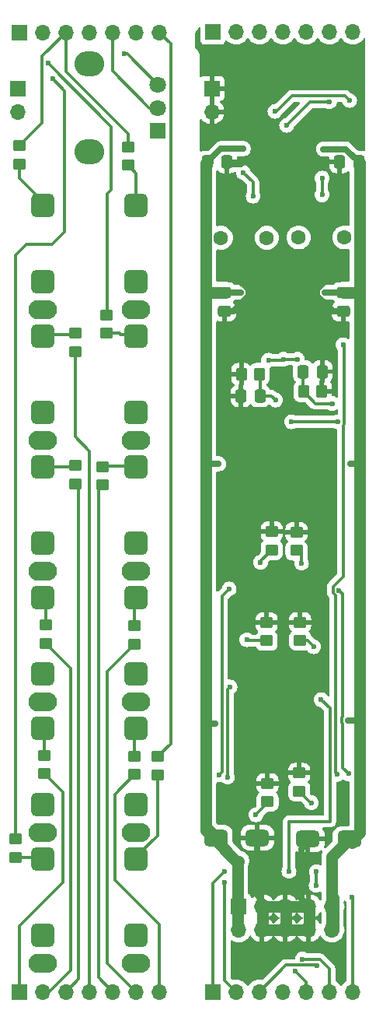
<source format=gbr>
%TF.GenerationSoftware,KiCad,Pcbnew,8.0.2*%
%TF.CreationDate,2025-05-20T09:10:06-07:00*%
%TF.ProjectId,ResEQ_Mini,52657345-515f-44d6-996e-692e6b696361,rev?*%
%TF.SameCoordinates,Original*%
%TF.FileFunction,Copper,L2,Bot*%
%TF.FilePolarity,Positive*%
%FSLAX46Y46*%
G04 Gerber Fmt 4.6, Leading zero omitted, Abs format (unit mm)*
G04 Created by KiCad (PCBNEW 8.0.2) date 2025-05-20 09:10:06*
%MOMM*%
%LPD*%
G01*
G04 APERTURE LIST*
G04 Aperture macros list*
%AMRoundRect*
0 Rectangle with rounded corners*
0 $1 Rounding radius*
0 $2 $3 $4 $5 $6 $7 $8 $9 X,Y pos of 4 corners*
0 Add a 4 corners polygon primitive as box body*
4,1,4,$2,$3,$4,$5,$6,$7,$8,$9,$2,$3,0*
0 Add four circle primitives for the rounded corners*
1,1,$1+$1,$2,$3*
1,1,$1+$1,$4,$5*
1,1,$1+$1,$6,$7*
1,1,$1+$1,$8,$9*
0 Add four rect primitives between the rounded corners*
20,1,$1+$1,$2,$3,$4,$5,0*
20,1,$1+$1,$4,$5,$6,$7,0*
20,1,$1+$1,$6,$7,$8,$9,0*
20,1,$1+$1,$8,$9,$2,$3,0*%
G04 Aperture macros list end*
%TA.AperFunction,ComponentPad*%
%ADD10R,1.700000X1.700000*%
%TD*%
%TA.AperFunction,ComponentPad*%
%ADD11O,1.700000X1.700000*%
%TD*%
%TA.AperFunction,ComponentPad*%
%ADD12O,3.100000X2.100000*%
%TD*%
%TA.AperFunction,ComponentPad*%
%ADD13RoundRect,0.650000X-0.650000X-0.650000X0.650000X-0.650000X0.650000X0.650000X-0.650000X0.650000X0*%
%TD*%
%TA.AperFunction,ComponentPad*%
%ADD14O,3.240000X2.720000*%
%TD*%
%TA.AperFunction,ComponentPad*%
%ADD15R,1.800000X1.800000*%
%TD*%
%TA.AperFunction,ComponentPad*%
%ADD16C,1.800000*%
%TD*%
%TA.AperFunction,SMDPad,CuDef*%
%ADD17RoundRect,0.250000X-0.450000X0.350000X-0.450000X-0.350000X0.450000X-0.350000X0.450000X0.350000X0*%
%TD*%
%TA.AperFunction,ComponentPad*%
%ADD18C,1.600000*%
%TD*%
%TA.AperFunction,SMDPad,CuDef*%
%ADD19RoundRect,0.250000X0.450000X-0.350000X0.450000X0.350000X-0.450000X0.350000X-0.450000X-0.350000X0*%
%TD*%
%TA.AperFunction,SMDPad,CuDef*%
%ADD20RoundRect,0.250000X-0.350000X-0.450000X0.350000X-0.450000X0.350000X0.450000X-0.350000X0.450000X0*%
%TD*%
%TA.AperFunction,SMDPad,CuDef*%
%ADD21RoundRect,0.250000X-0.475000X0.337500X-0.475000X-0.337500X0.475000X-0.337500X0.475000X0.337500X0*%
%TD*%
%TA.AperFunction,SMDPad,CuDef*%
%ADD22RoundRect,0.450000X-0.850000X0.450000X-0.850000X-0.450000X0.850000X-0.450000X0.850000X0.450000X0*%
%TD*%
%TA.AperFunction,SMDPad,CuDef*%
%ADD23RoundRect,0.250000X0.350000X0.450000X-0.350000X0.450000X-0.350000X-0.450000X0.350000X-0.450000X0*%
%TD*%
%TA.AperFunction,SMDPad,CuDef*%
%ADD24RoundRect,0.250000X0.337500X0.475000X-0.337500X0.475000X-0.337500X-0.475000X0.337500X-0.475000X0*%
%TD*%
%TA.AperFunction,SMDPad,CuDef*%
%ADD25RoundRect,0.250000X-0.337500X-0.475000X0.337500X-0.475000X0.337500X0.475000X-0.337500X0.475000X0*%
%TD*%
%TA.AperFunction,SMDPad,CuDef*%
%ADD26RoundRect,0.250000X0.475000X-0.337500X0.475000X0.337500X-0.475000X0.337500X-0.475000X-0.337500X0*%
%TD*%
%TA.AperFunction,ViaPad*%
%ADD27C,0.600000*%
%TD*%
%TA.AperFunction,Conductor*%
%ADD28C,0.304800*%
%TD*%
%TA.AperFunction,Conductor*%
%ADD29C,0.635000*%
%TD*%
%TA.AperFunction,Conductor*%
%ADD30C,1.270000*%
%TD*%
G04 APERTURE END LIST*
D10*
%TO.P,J14,1,Pin_1*%
%TO.N,/5.2k_B*%
X150007000Y-39853000D03*
D11*
%TO.P,J14,2,Pin_2*%
%TO.N,/Comb_L_B*%
X152547000Y-39853000D03*
%TO.P,J14,3,Pin_3*%
%TO.N,/In_Inv_B*%
X155087000Y-39853000D03*
%TO.P,J14,4,Pin_4*%
%TO.N,/Filter_Pot_CW_B*%
X157627000Y-39853000D03*
%TO.P,J14,5,Pin_5*%
%TO.N,/Filter_Ins_B*%
X160167000Y-39853000D03*
%TO.P,J14,6,Pin_6*%
%TO.N,/Filter_Pot_CCW_B*%
X162707000Y-39853000D03*
%TO.P,J14,7,Pin_7*%
%TO.N,/Comb_R_B*%
X165247000Y-39853000D03*
%TD*%
D12*
%TO.P,J1,S*%
%TO.N,GND*%
X141624045Y-70081597D03*
D13*
%TO.P,J1,T*%
%TO.N,Net-(J1-PadT)*%
X141624045Y-58681597D03*
%TO.P,J1,TN*%
%TO.N,unconnected-(J1-PadTN)*%
X141624045Y-66981597D03*
%TD*%
D10*
%TO.P,J15,1,Pin_1*%
%TO.N,/61_B*%
X149982000Y-144272000D03*
D11*
%TO.P,J15,2,Pin_2*%
%TO.N,/218_B*%
X152522000Y-144272000D03*
%TO.P,J15,3,Pin_3*%
%TO.N,/777_B*%
X155062000Y-144272000D03*
%TO.P,J15,4,Pin_4*%
%TO.N,/2.8k_B*%
X157602000Y-144272000D03*
%TO.P,J15,5,Pin_5*%
%TO.N,/1.5k_B*%
X160142000Y-144272000D03*
%TO.P,J15,6,Pin_6*%
%TO.N,/411_B*%
X162682000Y-144272000D03*
%TO.P,J15,7,Pin_7*%
%TO.N,/115_B*%
X165222000Y-144272000D03*
%TD*%
D12*
%TO.P,J3,S*%
%TO.N,GND*%
X141624045Y-141201569D03*
D13*
%TO.P,J3,T*%
%TO.N,Net-(J3-PadT)*%
X141624045Y-129801569D03*
%TO.P,J3,TN*%
%TO.N,unconnected-(J3-PadTN)*%
X141624045Y-138101569D03*
%TD*%
D14*
%TO.P,RV2,*%
%TO.N,*%
X136525000Y-52881600D03*
X136525000Y-43281600D03*
D15*
%TO.P,RV2,1,1*%
%TO.N,/Filter_Pot_CCW_T*%
X144025000Y-50581600D03*
D16*
%TO.P,RV2,2,2*%
%TO.N,/Filter_Ins_T*%
X144025000Y-48081600D03*
%TO.P,RV2,3,3*%
%TO.N,/Filter_Pot_CW_T*%
X144025000Y-45581600D03*
%TD*%
D12*
%TO.P,J10,S*%
%TO.N,GND*%
X131464049Y-112753583D03*
D13*
%TO.P,J10,T*%
%TO.N,Net-(J10-PadT)*%
X131464049Y-101353583D03*
%TO.P,J10,TN*%
%TO.N,unconnected-(J10-PadTN)*%
X131464049Y-109653583D03*
%TD*%
D12*
%TO.P,J7,S*%
%TO.N,GND*%
X141630400Y-98529600D03*
D13*
%TO.P,J7,T*%
%TO.N,Net-(J7-PadT)*%
X141630400Y-87129600D03*
%TO.P,J7,TN*%
%TO.N,unconnected-(J7-PadTN)*%
X141630400Y-95429600D03*
%TD*%
D12*
%TO.P,J11,S*%
%TO.N,GND*%
X141630400Y-126977600D03*
D13*
%TO.P,J11,T*%
%TO.N,Net-(J11-PadT)*%
X141630400Y-115577600D03*
%TO.P,J11,TN*%
%TO.N,unconnected-(J11-PadTN)*%
X141630400Y-123877600D03*
%TD*%
D12*
%TO.P,J12,S*%
%TO.N,GND*%
X131464049Y-126977573D03*
D13*
%TO.P,J12,T*%
%TO.N,Net-(J12-PadT)*%
X131464049Y-115577573D03*
%TO.P,J12,TN*%
%TO.N,unconnected-(J12-PadTN)*%
X131464049Y-123877573D03*
%TD*%
D12*
%TO.P,J8,S*%
%TO.N,GND*%
X131464049Y-98529587D03*
D13*
%TO.P,J8,T*%
%TO.N,Net-(J8-PadT)*%
X131464049Y-87129587D03*
%TO.P,J8,TN*%
%TO.N,unconnected-(J8-PadTN)*%
X131464049Y-95429587D03*
%TD*%
D12*
%TO.P,J9,S*%
%TO.N,GND*%
X141624045Y-112753578D03*
D13*
%TO.P,J9,T*%
%TO.N,Net-(J9-PadT)*%
X141624045Y-101353578D03*
%TO.P,J9,TN*%
%TO.N,unconnected-(J9-PadTN)*%
X141624045Y-109653578D03*
%TD*%
D12*
%TO.P,J4,S*%
%TO.N,GND*%
X131464049Y-141201569D03*
D13*
%TO.P,J4,T*%
%TO.N,Net-(J4-PadT)*%
X131464049Y-129801569D03*
%TO.P,J4,TN*%
%TO.N,unconnected-(J4-PadTN)*%
X131464049Y-138101569D03*
%TD*%
D12*
%TO.P,J6,S*%
%TO.N,GND*%
X131464049Y-84305587D03*
D13*
%TO.P,J6,T*%
%TO.N,Net-(J6-PadT)*%
X131464049Y-72905587D03*
%TO.P,J6,TN*%
%TO.N,unconnected-(J6-PadTN)*%
X131464049Y-81205587D03*
%TD*%
D10*
%TO.P,J19,1,Pin_1*%
%TO.N,GND*%
X149885000Y-45974000D03*
D11*
%TO.P,J19,2,Pin_2*%
X149885000Y-48514000D03*
%TD*%
D12*
%TO.P,J2,S*%
%TO.N,GND*%
X131464049Y-70081597D03*
D13*
%TO.P,J2,T*%
%TO.N,Net-(J2-PadT)*%
X131464049Y-58681597D03*
%TO.P,J2,TN*%
%TO.N,unconnected-(J2-PadTN)*%
X131464049Y-66981597D03*
%TD*%
D12*
%TO.P,J5,S*%
%TO.N,GND*%
X141624045Y-84305587D03*
D13*
%TO.P,J5,T*%
%TO.N,Net-(J5-PadT)*%
X141624045Y-72905587D03*
%TO.P,J5,TN*%
%TO.N,unconnected-(J5-PadTN)*%
X141624045Y-81205587D03*
%TD*%
D17*
%TO.P,R7,1*%
%TO.N,GND*%
X159512000Y-104054400D03*
%TO.P,R7,2*%
%TO.N,Net-(C3-Pad1)*%
X159512000Y-106054400D03*
%TD*%
D18*
%TO.P,C19,1*%
%TO.N,Net-(C19-Pad1)*%
X164338000Y-62179200D03*
%TO.P,C19,2*%
%TO.N,Net-(U2D--)*%
X159338000Y-62179200D03*
%TD*%
D19*
%TO.P,R12,1*%
%TO.N,/777_T*%
X135001000Y-89011000D03*
%TO.P,R12,2*%
%TO.N,Net-(J8-PadT)*%
X135001000Y-87011000D03*
%TD*%
D20*
%TO.P,R40,1*%
%TO.N,GND*%
X153092400Y-77050300D03*
%TO.P,R40,2*%
%TO.N,Net-(U3A-+)*%
X155092400Y-77050300D03*
%TD*%
D21*
%TO.P,C30,1*%
%TO.N,VCC*%
X151282400Y-68152100D03*
%TO.P,C30,2*%
%TO.N,GND*%
X151282400Y-70227100D03*
%TD*%
D17*
%TO.P,R29,1*%
%TO.N,GND*%
X156413200Y-94199200D03*
%TO.P,R29,2*%
%TO.N,Net-(C13-Pad1)*%
X156413200Y-96199200D03*
%TD*%
D22*
%TO.P,C46,1*%
%TO.N,VCC*%
X150353200Y-127508000D03*
%TO.P,C46,2*%
%TO.N,GND*%
X154853200Y-127508000D03*
%TD*%
D19*
%TO.P,R4,1*%
%TO.N,Net-(J1-PadT)*%
X140766800Y-54340000D03*
%TO.P,R4,2*%
%TO.N,/In_Inv_T*%
X140766800Y-52340000D03*
%TD*%
%TO.P,R11,1*%
%TO.N,/1.5k_T*%
X137972800Y-89138000D03*
%TO.P,R11,2*%
%TO.N,Net-(J7-PadT)*%
X137972800Y-87138000D03*
%TD*%
%TO.P,R51,1*%
%TO.N,/218_T*%
X131826000Y-106359200D03*
%TO.P,R51,2*%
%TO.N,Net-(J10-PadT)*%
X131826000Y-104359200D03*
%TD*%
D10*
%TO.P,J13,1,Pin_1*%
%TO.N,VCC*%
X152811400Y-134970600D03*
D11*
%TO.P,J13,2,Pin_2*%
X152811400Y-137510600D03*
%TO.P,J13,3,Pin_3*%
%TO.N,GND*%
X155351400Y-134970600D03*
%TO.P,J13,4,Pin_4*%
X155351400Y-137510600D03*
%TO.P,J13,5,Pin_5*%
X157891400Y-134970600D03*
%TO.P,J13,6,Pin_6*%
X157891400Y-137510600D03*
%TO.P,J13,7,Pin_7*%
X160431400Y-134970600D03*
%TO.P,J13,8,Pin_8*%
X160431400Y-137510600D03*
%TO.P,J13,9,Pin_9*%
%TO.N,VEE*%
X162971400Y-134970600D03*
%TO.P,J13,10,Pin_10*%
X162971400Y-137510600D03*
%TD*%
D23*
%TO.P,R38,1*%
%TO.N,GND*%
X161883600Y-78943200D03*
%TO.P,R38,2*%
%TO.N,Net-(U3D-+)*%
X159883600Y-78943200D03*
%TD*%
D19*
%TO.P,R53,1*%
%TO.N,/115_T*%
X141478000Y-120634000D03*
%TO.P,R53,2*%
%TO.N,Net-(J11-PadT)*%
X141478000Y-118634000D03*
%TD*%
D24*
%TO.P,C17,1*%
%TO.N,Net-(U3A-+)*%
X155129900Y-79437900D03*
%TO.P,C17,2*%
%TO.N,GND*%
X153054900Y-79437900D03*
%TD*%
D17*
%TO.P,R27,1*%
%TO.N,GND*%
X159105600Y-94250000D03*
%TO.P,R27,2*%
%TO.N,Net-(C11-Pad1)*%
X159105600Y-96250000D03*
%TD*%
%TO.P,R2,1*%
%TO.N,/5.2k_T*%
X138430000Y-70628000D03*
%TO.P,R2,2*%
%TO.N,Net-(J5-PadT)*%
X138430000Y-72628000D03*
%TD*%
%TO.P,R21,1*%
%TO.N,GND*%
X155854400Y-104070400D03*
%TO.P,R21,2*%
%TO.N,Net-(C10-Pad1)*%
X155854400Y-106070400D03*
%TD*%
D25*
%TO.P,C16,1*%
%TO.N,Net-(U3D-+)*%
X159846100Y-76784200D03*
%TO.P,C16,2*%
%TO.N,GND*%
X161921100Y-76784200D03*
%TD*%
D22*
%TO.P,C44,1*%
%TO.N,GND*%
X160360800Y-127660400D03*
%TO.P,C44,2*%
%TO.N,VEE*%
X164860800Y-127660400D03*
%TD*%
D10*
%TO.P,J17,1,Pin_1*%
%TO.N,/61_T*%
X128900000Y-144272000D03*
D11*
%TO.P,J17,2,Pin_2*%
%TO.N,/218_T*%
X131440000Y-144272000D03*
%TO.P,J17,3,Pin_3*%
%TO.N,/777_T*%
X133980000Y-144272000D03*
%TO.P,J17,4,Pin_4*%
%TO.N,/2.8k_T*%
X136520000Y-144272000D03*
%TO.P,J17,5,Pin_5*%
%TO.N,/1.5k_T*%
X139060000Y-144272000D03*
%TO.P,J17,6,Pin_6*%
%TO.N,/411_T*%
X141600000Y-144272000D03*
%TO.P,J17,7,Pin_7*%
%TO.N,/115_T*%
X144140000Y-144272000D03*
%TD*%
D25*
%TO.P,C36,1*%
%TO.N,VCC*%
X149432100Y-53975000D03*
%TO.P,C36,2*%
%TO.N,GND*%
X151507100Y-53975000D03*
%TD*%
D17*
%TO.P,R19,1*%
%TO.N,GND*%
X159410400Y-120462800D03*
%TO.P,R19,2*%
%TO.N,Net-(C7-Pad1)*%
X159410400Y-122462800D03*
%TD*%
D19*
%TO.P,R52,1*%
%TO.N,/61_T*%
X131622800Y-120532400D03*
%TO.P,R52,2*%
%TO.N,Net-(J12-PadT)*%
X131622800Y-118532400D03*
%TD*%
%TO.P,R1,1*%
%TO.N,/2.8k_T*%
X134975600Y-74609200D03*
%TO.P,R1,2*%
%TO.N,Net-(J6-PadT)*%
X134975600Y-72609200D03*
%TD*%
D17*
%TO.P,R15,1*%
%TO.N,GND*%
X155956000Y-121580400D03*
%TO.P,R15,2*%
%TO.N,Net-(C5-Pad1)*%
X155956000Y-123580400D03*
%TD*%
D10*
%TO.P,J18,1,Pin_1*%
%TO.N,GND*%
X128778000Y-45969000D03*
D11*
%TO.P,J18,2,Pin_2*%
X128778000Y-48509000D03*
%TD*%
D18*
%TO.P,C20,1*%
%TO.N,Net-(C20-Pad1)*%
X150876000Y-62230000D03*
%TO.P,C20,2*%
%TO.N,Net-(U2A--)*%
X155876000Y-62230000D03*
%TD*%
D19*
%TO.P,R3,1*%
%TO.N,Net-(J2-PadT)*%
X128930400Y-54187600D03*
%TO.P,R3,2*%
%TO.N,/In_Inv_T*%
X128930400Y-52187600D03*
%TD*%
D26*
%TO.P,C37,1*%
%TO.N,GND*%
X164185600Y-70227100D03*
%TO.P,C37,2*%
%TO.N,VEE*%
X164185600Y-68152100D03*
%TD*%
D17*
%TO.P,R48,1*%
%TO.N,/Comb_L_T*%
X128473200Y-127625600D03*
%TO.P,R48,2*%
%TO.N,Net-(J4-PadT)*%
X128473200Y-129625600D03*
%TD*%
D10*
%TO.P,J16,1,Pin_1*%
%TO.N,/5.2k_T*%
X128905000Y-39878000D03*
D11*
%TO.P,J16,2,Pin_2*%
%TO.N,/Comb_L_T*%
X131445000Y-39878000D03*
%TO.P,J16,3,Pin_3*%
%TO.N,/In_Inv_T*%
X133985000Y-39878000D03*
%TO.P,J16,4,Pin_4*%
%TO.N,/Filter_Pot_CW_T*%
X136525000Y-39878000D03*
%TO.P,J16,5,Pin_5*%
%TO.N,/Filter_Ins_T*%
X139065000Y-39878000D03*
%TO.P,J16,6,Pin_6*%
%TO.N,/Filter_Pot_CCW_T*%
X141605000Y-39878000D03*
%TO.P,J16,7,Pin_7*%
%TO.N,/Comb_R_T*%
X144145000Y-39878000D03*
%TD*%
D19*
%TO.P,R13,1*%
%TO.N,/411_T*%
X141427200Y-106460800D03*
%TO.P,R13,2*%
%TO.N,Net-(J9-PadT)*%
X141427200Y-104460800D03*
%TD*%
D17*
%TO.P,R49,1*%
%TO.N,/Comb_R_T*%
X143967200Y-118684800D03*
%TO.P,R49,2*%
%TO.N,Net-(J3-PadT)*%
X143967200Y-120684800D03*
%TD*%
D25*
%TO.P,C31,1*%
%TO.N,GND*%
X163808500Y-53975000D03*
%TO.P,C31,2*%
%TO.N,VEE*%
X165883500Y-53975000D03*
%TD*%
D27*
%TO.N,Net-(C3-Pad1)*%
X160981350Y-106726950D03*
%TO.N,Net-(C5-Pad1)*%
X154686000Y-125018800D03*
%TO.N,Net-(C7-Pad1)*%
X160731200Y-123698000D03*
%TO.N,Net-(C10-Pad1)*%
X153691500Y-105968800D03*
%TO.N,Net-(C11-Pad1)*%
X159656400Y-97645600D03*
%TO.N,Net-(C13-Pad1)*%
X155194000Y-97536000D03*
%TO.N,GND*%
X162204400Y-67005200D03*
X153314400Y-50952400D03*
X158242000Y-114909600D03*
X158445200Y-51308000D03*
X153162000Y-117195600D03*
X158292800Y-117398800D03*
X153466800Y-53848000D03*
X161798000Y-90576400D03*
X161848800Y-53848000D03*
X153111200Y-67157600D03*
X153212800Y-114909600D03*
X153060400Y-90322400D03*
%TO.N,Net-(U3D--)*%
X158576800Y-82245200D03*
X163655200Y-82245200D03*
%TO.N,VCC*%
X150233100Y-115062000D03*
X150622000Y-86817200D03*
X153060400Y-68173600D03*
X153314400Y-52527200D03*
%TO.N,VEE*%
X164990400Y-86817200D03*
X162052000Y-52578000D03*
X162204400Y-68173600D03*
X164744400Y-114757200D03*
%TO.N,Net-(U3D-+)*%
X163002800Y-80264000D03*
%TO.N,Net-(U3A-+)*%
X156819600Y-79873600D03*
%TO.N,/Filter_Ins_B*%
X159207200Y-75438000D03*
X156057600Y-75539600D03*
X157683200Y-75438000D03*
%TO.N,/Filter_Pot_CW_T*%
X140309600Y-42214800D03*
%TO.N,/61_B*%
X151231600Y-131165600D03*
X158292800Y-131165600D03*
X161798000Y-112471200D03*
%TO.N,/115_B*%
X165162000Y-133959600D03*
%TO.N,/218_B*%
X161239200Y-132689600D03*
X151282400Y-132334000D03*
X161290000Y-131216400D03*
%TO.N,/411_B*%
X159766000Y-140712683D03*
X151587200Y-120904000D03*
X151876000Y-111099600D03*
%TO.N,/777_B*%
X163749900Y-100584000D03*
X161380517Y-141416117D03*
X164795200Y-120548400D03*
%TO.N,/1.5k_B*%
X158933883Y-142017483D03*
X150639400Y-120667400D03*
X151768900Y-100431600D03*
%TO.N,/2.8k_B*%
X163576000Y-120599200D03*
X164185600Y-73863200D03*
%TO.N,/5.2k_T*%
X132029200Y-43230800D03*
%TO.N,/Comb_L_T*%
X132537200Y-44907200D03*
%TO.N,Net-(U1B--)*%
X154381200Y-57708800D03*
X153314400Y-55118000D03*
%TO.N,Net-(U1C--)*%
X161899600Y-55731600D03*
X161899600Y-57552400D03*
%TO.N,Net-(R44-Pad2)*%
X162712400Y-47439200D03*
X158038800Y-49987200D03*
%TO.N,Net-(R45-Pad2)*%
X164896800Y-47294800D03*
X156768800Y-48463200D03*
%TD*%
D28*
%TO.N,Net-(C3-Pad1)*%
X159512000Y-106054400D02*
X160308800Y-106054400D01*
X160308800Y-106054400D02*
X160981350Y-106726950D01*
%TO.N,Net-(C5-Pad1)*%
X155956000Y-123580400D02*
X155956000Y-123748800D01*
X155956000Y-123748800D02*
X154686000Y-125018800D01*
%TO.N,Net-(C7-Pad1)*%
X160731200Y-123698000D02*
X160645600Y-123698000D01*
X160645600Y-123698000D02*
X159410400Y-122462800D01*
%TO.N,Net-(C10-Pad1)*%
X153793100Y-106070400D02*
X153691500Y-105968800D01*
X155854400Y-106070400D02*
X153793100Y-106070400D01*
%TO.N,Net-(C11-Pad1)*%
X159656400Y-96800800D02*
X159105600Y-96250000D01*
X159656400Y-97645600D02*
X159656400Y-96800800D01*
%TO.N,Net-(C13-Pad1)*%
X155194000Y-97536000D02*
X155194000Y-97418400D01*
X155194000Y-97418400D02*
X156413200Y-96199200D01*
D29*
%TO.N,GND*%
X152226100Y-70227100D02*
X151282400Y-70227100D01*
X159673000Y-128754600D02*
X160513200Y-127914400D01*
D30*
X155443000Y-137571400D02*
X160523000Y-137571400D01*
D29*
X153111200Y-67157600D02*
X153225268Y-67157600D01*
X153895400Y-67827732D02*
X153895400Y-68557800D01*
X153085800Y-54229000D02*
X153466800Y-53848000D01*
X153895400Y-68557800D02*
X152226100Y-70227100D01*
X162204400Y-67005200D02*
X162191932Y-67005200D01*
X154817200Y-133735200D02*
X154817200Y-127787400D01*
X161369400Y-68519468D02*
X163077032Y-70227100D01*
D30*
X155443000Y-135031400D02*
X160523000Y-135031400D01*
D29*
X153225268Y-67157600D02*
X153895400Y-67827732D01*
X159673000Y-134181400D02*
X159673000Y-128754600D01*
X151405500Y-54229000D02*
X153085800Y-54229000D01*
D30*
X160523000Y-135031400D02*
X160523000Y-137571400D01*
X155443000Y-135031400D02*
X155443000Y-137571400D01*
D29*
X155443000Y-135031400D02*
X155443000Y-134361000D01*
X161369400Y-67827732D02*
X161369400Y-68519468D01*
X163077032Y-70227100D02*
X164185600Y-70227100D01*
X160523000Y-135031400D02*
X159673000Y-134181400D01*
D30*
X157983000Y-135031400D02*
X157983000Y-137571400D01*
D29*
X155443000Y-134361000D02*
X154817200Y-133735200D01*
X162191932Y-67005200D02*
X161369400Y-67827732D01*
D28*
%TO.N,Net-(U3D--)*%
X163655200Y-82245200D02*
X158576800Y-82245200D01*
D30*
%TO.N,VCC*%
X152709800Y-137571400D02*
X152709800Y-130135600D01*
D29*
X153314400Y-52527200D02*
X150879900Y-52527200D01*
D30*
X150353200Y-127508000D02*
X149241000Y-126395800D01*
D29*
X150879900Y-52527200D02*
X149432100Y-53975000D01*
X150622000Y-86817200D02*
X149241000Y-86817200D01*
D30*
X150317200Y-127787400D02*
X149217000Y-126687200D01*
X149241000Y-68173600D02*
X149241000Y-54166100D01*
X152806400Y-130039000D02*
X152568800Y-130039000D01*
D29*
X151282400Y-68152100D02*
X153038900Y-68152100D01*
X153038900Y-68152100D02*
X153060400Y-68173600D01*
D30*
X151333200Y-68152100D02*
X149262500Y-68152100D01*
X150353200Y-127508000D02*
X150353200Y-127751400D01*
X149241000Y-115062000D02*
X149241000Y-86817200D01*
X152709800Y-130135600D02*
X152806400Y-130039000D01*
X152568800Y-130039000D02*
X150317200Y-127787400D01*
X149241000Y-126395800D02*
X149241000Y-115062000D01*
X149241000Y-54166100D02*
X149432100Y-53975000D01*
X150353200Y-127751400D02*
X150317200Y-127787400D01*
X149241000Y-86817200D02*
X149241000Y-68173600D01*
D29*
X150233100Y-115062000D02*
X149241000Y-115062000D01*
D30*
X149262500Y-68152100D02*
X149241000Y-68173600D01*
D29*
%TO.N,VEE*%
X162204400Y-68173600D02*
X164164100Y-68173600D01*
D30*
X165013200Y-127914400D02*
X165997000Y-126930600D01*
D29*
X165946200Y-114757200D02*
X165997000Y-114706400D01*
D30*
X165997000Y-86918800D02*
X165997000Y-68224400D01*
D29*
X164486500Y-52578000D02*
X165883500Y-53975000D01*
D30*
X165997000Y-54088500D02*
X165883500Y-53975000D01*
X164236400Y-68152100D02*
X165924700Y-68152100D01*
X165159800Y-128061000D02*
X165013200Y-127914400D01*
X165997000Y-126930600D02*
X165997000Y-114706400D01*
D29*
X164164100Y-68173600D02*
X164185600Y-68152100D01*
D30*
X165997000Y-68224400D02*
X165997000Y-54088500D01*
D29*
X162052000Y-52578000D02*
X164486500Y-52578000D01*
X165895400Y-86817200D02*
X165997000Y-86918800D01*
D30*
X163118800Y-137571400D02*
X163118800Y-134019400D01*
X165924700Y-68152100D02*
X165997000Y-68224400D01*
X162971400Y-129549800D02*
X164860800Y-127660400D01*
X165997000Y-114706400D02*
X165997000Y-86918800D01*
X162971400Y-137510600D02*
X162971400Y-129549800D01*
D29*
X164990400Y-86817200D02*
X165895400Y-86817200D01*
X164744400Y-114757200D02*
X165946200Y-114757200D01*
D28*
%TO.N,Net-(J1-PadT)*%
X141624045Y-55197245D02*
X140766800Y-54340000D01*
X141478000Y-57894600D02*
X141478000Y-58280000D01*
X141624045Y-58681597D02*
X141624045Y-55197245D01*
%TO.N,Net-(J2-PadT)*%
X131416000Y-58248000D02*
X128930400Y-55762400D01*
X131572000Y-58248000D02*
X131416000Y-58248000D01*
X128930400Y-55762400D02*
X128930400Y-54187600D01*
%TO.N,Net-(U3D-+)*%
X161204400Y-80264000D02*
X163002800Y-80264000D01*
X159883600Y-78943200D02*
X161204400Y-80264000D01*
X159846100Y-78905700D02*
X159883600Y-78943200D01*
X159846100Y-76784200D02*
X159668300Y-76606400D01*
X159846100Y-76784200D02*
X159846100Y-78905700D01*
%TO.N,Net-(U3A-+)*%
X155129900Y-79437900D02*
X155129900Y-77087800D01*
X155129900Y-79437900D02*
X156383900Y-79437900D01*
X156383900Y-79437900D02*
X156819600Y-79873600D01*
X155129900Y-77087800D02*
X155092400Y-77050300D01*
%TO.N,/Filter_Ins_B*%
X157581600Y-75539600D02*
X157683200Y-75438000D01*
X156057600Y-75539600D02*
X157581600Y-75539600D01*
X159207200Y-75438000D02*
X157683200Y-75438000D01*
%TO.N,/In_Inv_T*%
X140766800Y-52340000D02*
X140766800Y-50901600D01*
X133985000Y-44119800D02*
X133985000Y-39878000D01*
X140766800Y-50901600D02*
X133985000Y-44119800D01*
X131376800Y-42486200D02*
X133985000Y-39878000D01*
X128930400Y-52187600D02*
X131376800Y-49741200D01*
X131376800Y-49741200D02*
X131376800Y-42486200D01*
%TO.N,/Filter_Ins_T*%
X143084600Y-48081600D02*
X139039600Y-44036600D01*
X139039600Y-39903400D02*
X139065000Y-39878000D01*
X139039600Y-44036600D02*
X139039600Y-39903400D01*
X144025000Y-48081600D02*
X143084600Y-48081600D01*
%TO.N,/Filter_Pot_CW_T*%
X144025000Y-45581600D02*
X140658200Y-42214800D01*
X140658200Y-42214800D02*
X140309600Y-42214800D01*
%TO.N,/61_B*%
X149982000Y-144272000D02*
X149982000Y-132415200D01*
X162763200Y-113436400D02*
X161798000Y-112471200D01*
X162763200Y-125730000D02*
X162763200Y-113436400D01*
X158307200Y-125744400D02*
X158292800Y-125730000D01*
X158307200Y-131151200D02*
X158307200Y-125744400D01*
X158292800Y-125730000D02*
X162763200Y-125730000D01*
X149982000Y-132415200D02*
X151231600Y-131165600D01*
X158292800Y-131165600D02*
X158307200Y-131151200D01*
%TO.N,/115_B*%
X165222000Y-134019600D02*
X165162000Y-133959600D01*
X165222000Y-144272000D02*
X165222000Y-134019600D01*
%TO.N,/218_B*%
X161239200Y-132689600D02*
X161239200Y-131267200D01*
X161239200Y-131267200D02*
X161290000Y-131216400D01*
X151282400Y-143032400D02*
X151282400Y-132334000D01*
X152522000Y-144272000D02*
X151282400Y-143032400D01*
%TO.N,/411_B*%
X151587200Y-111388400D02*
X151876000Y-111099600D01*
X159766000Y-140760634D02*
X159766000Y-140712683D01*
X151587200Y-120904000D02*
X151587200Y-111388400D01*
X159769083Y-140763717D02*
X159766000Y-140760634D01*
X162682000Y-141794967D02*
X161650750Y-140763717D01*
X162682000Y-144272000D02*
X162682000Y-141794967D01*
X161650750Y-140763717D02*
X159769083Y-140763717D01*
%TO.N,/777_B*%
X164134800Y-100968900D02*
X163749900Y-100584000D01*
X164795200Y-120548400D02*
X164134800Y-119888000D01*
X161329483Y-141365083D02*
X161380517Y-141416117D01*
X155062000Y-144272000D02*
X157968917Y-141365083D01*
X164134800Y-119888000D02*
X164134800Y-115094982D01*
X157968917Y-141365083D02*
X161329483Y-141365083D01*
X164023700Y-114983882D02*
X164023700Y-114428918D01*
X164134800Y-114317818D02*
X164134800Y-100968900D01*
X164134800Y-115094982D02*
X164023700Y-114983882D01*
X164023700Y-114428918D02*
X164134800Y-114317818D01*
%TO.N,/1.5k_B*%
X160142000Y-143225600D02*
X160142000Y-144272000D01*
X150977600Y-120329200D02*
X150977600Y-101222900D01*
X150639400Y-120667400D02*
X150977600Y-120329200D01*
X150977600Y-101222900D02*
X151768900Y-100431600D01*
X158933883Y-142017483D02*
X160142000Y-143225600D01*
%TO.N,Net-(J3-PadT)*%
X141366000Y-129637000D02*
X141478000Y-129749000D01*
X143967200Y-120684800D02*
X143967200Y-127259800D01*
X143967200Y-127259800D02*
X141478000Y-129749000D01*
%TO.N,Net-(J4-PadT)*%
X128270000Y-129637000D02*
X131460000Y-129637000D01*
X131460000Y-129637000D02*
X131572000Y-129749000D01*
X131684000Y-129637000D02*
X131572000Y-129749000D01*
%TO.N,Net-(J5-PadT)*%
X139909000Y-72726000D02*
X139811000Y-72628000D01*
X141478000Y-72726000D02*
X139909000Y-72726000D01*
X139811000Y-72628000D02*
X138430000Y-72628000D01*
%TO.N,Net-(J6-PadT)*%
X131572000Y-72726000D02*
X134776000Y-72726000D01*
X134776000Y-72726000D02*
X134874000Y-72628000D01*
%TO.N,Net-(J7-PadT)*%
X138049000Y-87061800D02*
X137972800Y-87138000D01*
X141478000Y-87106000D02*
X138049000Y-87106000D01*
%TO.N,Net-(J8-PadT)*%
X134854000Y-87158000D02*
X135001000Y-87011000D01*
X131572000Y-87158000D02*
X134854000Y-87158000D01*
%TO.N,Net-(J9-PadT)*%
X141427200Y-104460800D02*
X141427200Y-101559800D01*
X141427200Y-101559800D02*
X141478000Y-101509000D01*
%TO.N,Net-(J10-PadT)*%
X131826000Y-101763000D02*
X131572000Y-101509000D01*
X131826000Y-104359200D02*
X131826000Y-101763000D01*
%TO.N,Net-(J11-PadT)*%
X141478000Y-118634000D02*
X141478000Y-115652000D01*
X141158000Y-115332000D02*
X141478000Y-115652000D01*
%TO.N,Net-(J12-PadT)*%
X131622800Y-118532400D02*
X131622800Y-115702800D01*
X131622800Y-115702800D02*
X131572000Y-115652000D01*
%TO.N,/2.8k_B*%
X164307600Y-82515433D02*
X164307600Y-73985200D01*
X163372800Y-101129533D02*
X163097500Y-100854233D01*
X163097500Y-100198900D02*
X164185600Y-99110800D01*
X163097500Y-100854233D02*
X163097500Y-100198900D01*
X163372800Y-120396000D02*
X163372800Y-101129533D01*
X164185600Y-99110800D02*
X164185600Y-82637433D01*
X163576000Y-120599200D02*
X163372800Y-120396000D01*
X164185600Y-82637433D02*
X164307600Y-82515433D01*
X164307600Y-73985200D02*
X164185600Y-73863200D01*
%TO.N,/5.2k_T*%
X138497400Y-57463600D02*
X138497400Y-70560600D01*
X138938000Y-50139600D02*
X138938000Y-57023000D01*
X132029200Y-43230800D02*
X138938000Y-50139600D01*
X138497400Y-70560600D02*
X138430000Y-70628000D01*
X138938000Y-57023000D02*
X138497400Y-57463600D01*
%TO.N,/2.8k_T*%
X134975600Y-83842408D02*
X134975600Y-74609200D01*
X136520000Y-144272000D02*
X136499600Y-144251600D01*
X136558200Y-85425008D02*
X134975600Y-83842408D01*
X136499600Y-104363146D02*
X136558200Y-104304546D01*
X136520000Y-144187870D02*
X136539252Y-144207122D01*
X136558200Y-104304546D02*
X136558200Y-85425008D01*
X136499600Y-144251600D02*
X136499600Y-104363146D01*
%TO.N,/1.5k_T*%
X137515600Y-89595200D02*
X137972800Y-89138000D01*
X139060000Y-144272000D02*
X137515600Y-142727600D01*
X137515600Y-142727600D02*
X137515600Y-89595200D01*
%TO.N,/218_T*%
X131826000Y-106359200D02*
X134518400Y-109051600D01*
X134518400Y-141907495D02*
X132153895Y-144272000D01*
X134518400Y-109051600D02*
X134518400Y-141907495D01*
X132153895Y-144272000D02*
X131440000Y-144272000D01*
%TO.N,/61_T*%
X128900000Y-137088800D02*
X128900000Y-144272000D01*
X133654800Y-122564400D02*
X133654800Y-132334000D01*
X133654800Y-132334000D02*
X128900000Y-137088800D01*
X131622800Y-120532400D02*
X133654800Y-122564400D01*
%TO.N,/Comb_R_T*%
X144025000Y-39998000D02*
X144145000Y-39878000D01*
X143967200Y-118684800D02*
X145397600Y-117254400D01*
X145397600Y-41130600D02*
X144145000Y-39878000D01*
X145397600Y-117254400D02*
X145397600Y-41130600D01*
%TO.N,/Comb_L_T*%
X133858000Y-61544392D02*
X132461192Y-62941200D01*
X132537200Y-44907200D02*
X133858000Y-46228000D01*
X132461192Y-62941200D02*
X129692400Y-62941200D01*
X129692400Y-62941200D02*
X128473200Y-64160400D01*
X133858000Y-46228000D02*
X133858000Y-61544392D01*
X128473200Y-64160400D02*
X128473200Y-127625600D01*
%TO.N,/777_T*%
X133980000Y-144272000D02*
X135382000Y-142870000D01*
X135382000Y-142870000D02*
X135382000Y-89392000D01*
X135382000Y-89392000D02*
X135001000Y-89011000D01*
%TO.N,/115_T*%
X141478000Y-120634000D02*
X139293600Y-122818400D01*
X139293600Y-122818400D02*
X139293600Y-132080000D01*
X139293600Y-132080000D02*
X144140000Y-136926400D01*
X144140000Y-136926400D02*
X144140000Y-144272000D01*
%TO.N,/411_T*%
X141427200Y-106460800D02*
X138480800Y-109407200D01*
X138480800Y-141152800D02*
X141600000Y-144272000D01*
X138480800Y-109407200D02*
X138480800Y-141152800D01*
%TO.N,Net-(U1B--)*%
X154381200Y-57708800D02*
X154381200Y-56184800D01*
X154381200Y-56184800D02*
X153314400Y-55118000D01*
%TO.N,Net-(U1C--)*%
X161899600Y-57552400D02*
X161899600Y-55731600D01*
%TO.N,Net-(R44-Pad2)*%
X160586800Y-47439200D02*
X162712400Y-47439200D01*
X158038800Y-49987200D02*
X160586800Y-47439200D01*
%TO.N,Net-(R45-Pad2)*%
X158597600Y-46786800D02*
X156921200Y-48463200D01*
X164896800Y-47294800D02*
X164388800Y-46786800D01*
X164388800Y-46786800D02*
X158597600Y-46786800D01*
%TD*%
%TA.AperFunction,Conductor*%
%TO.N,GND*%
G36*
X164459503Y-134356313D02*
G01*
X164483294Y-134384054D01*
X164532184Y-134461862D01*
X164532781Y-134462459D01*
X164533043Y-134462938D01*
X164536525Y-134467305D01*
X164535760Y-134467914D01*
X164566266Y-134523782D01*
X164569100Y-134550140D01*
X164569100Y-134897076D01*
X164549415Y-134964115D01*
X164541199Y-134971233D01*
X164566669Y-135019691D01*
X164569100Y-135044123D01*
X164569100Y-137437076D01*
X164549415Y-137504115D01*
X164541199Y-137511233D01*
X164566669Y-137559691D01*
X164569100Y-137584123D01*
X164569100Y-143015959D01*
X164549415Y-143082998D01*
X164516223Y-143117534D01*
X164350597Y-143233505D01*
X164183505Y-143400597D01*
X164053575Y-143586158D01*
X163998998Y-143629783D01*
X163929500Y-143636977D01*
X163867145Y-143605454D01*
X163850425Y-143586158D01*
X163720494Y-143400597D01*
X163553402Y-143233506D01*
X163553401Y-143233505D01*
X163387776Y-143117533D01*
X163344152Y-143062956D01*
X163334900Y-143015958D01*
X163334900Y-141730659D01*
X163309810Y-141604528D01*
X163309809Y-141604527D01*
X163309809Y-141604523D01*
X163260592Y-141485703D01*
X163255579Y-141478200D01*
X163189141Y-141378768D01*
X163189139Y-141378765D01*
X163189138Y-141378764D01*
X162066955Y-140256580D01*
X162066954Y-140256579D01*
X162066950Y-140256576D01*
X161960014Y-140185125D01*
X161841194Y-140135908D01*
X161841192Y-140135907D01*
X161832054Y-140134090D01*
X161832054Y-140134089D01*
X161715057Y-140110817D01*
X161715055Y-140110817D01*
X160346699Y-140110817D01*
X160279660Y-140091132D01*
X160269383Y-140083761D01*
X160268263Y-140082868D01*
X160268262Y-140082867D01*
X160211496Y-140047198D01*
X160115523Y-139986894D01*
X159945254Y-139927314D01*
X159945249Y-139927313D01*
X159766004Y-139907118D01*
X159765996Y-139907118D01*
X159586750Y-139927313D01*
X159586745Y-139927314D01*
X159416476Y-139986894D01*
X159263737Y-140082867D01*
X159136184Y-140210420D01*
X159040210Y-140363161D01*
X158980630Y-140533433D01*
X158972898Y-140602066D01*
X158945832Y-140666480D01*
X158888237Y-140706035D01*
X158849678Y-140712183D01*
X157904610Y-140712183D01*
X157778478Y-140737272D01*
X157778472Y-140737274D01*
X157659654Y-140786490D01*
X157552714Y-140857944D01*
X155487085Y-142923573D01*
X155425762Y-142957058D01*
X155367311Y-142955667D01*
X155297413Y-142936938D01*
X155297403Y-142936936D01*
X155062001Y-142916341D01*
X155061999Y-142916341D01*
X154826596Y-142936936D01*
X154826586Y-142936938D01*
X154598344Y-142998094D01*
X154598335Y-142998098D01*
X154384171Y-143097964D01*
X154384169Y-143097965D01*
X154190597Y-143233505D01*
X154023505Y-143400597D01*
X153893575Y-143586158D01*
X153838998Y-143629783D01*
X153769500Y-143636977D01*
X153707145Y-143605454D01*
X153690425Y-143586158D01*
X153560494Y-143400597D01*
X153393402Y-143233506D01*
X153393395Y-143233501D01*
X153199834Y-143097967D01*
X153199830Y-143097965D01*
X153158465Y-143078676D01*
X152985663Y-142998097D01*
X152985659Y-142998096D01*
X152985655Y-142998094D01*
X152757413Y-142936938D01*
X152757403Y-142936936D01*
X152522001Y-142916341D01*
X152521999Y-142916341D01*
X152286596Y-142936936D01*
X152286583Y-142936939D01*
X152216686Y-142955667D01*
X152146836Y-142954004D01*
X152096915Y-142923574D01*
X151971617Y-142798276D01*
X151938134Y-142736955D01*
X151935300Y-142710597D01*
X151935300Y-138784006D01*
X151954985Y-138716967D01*
X152007789Y-138671212D01*
X152076947Y-138661268D01*
X152130428Y-138682435D01*
X152133570Y-138684635D01*
X152347737Y-138784503D01*
X152575992Y-138845663D01*
X152764318Y-138862139D01*
X152811399Y-138866259D01*
X152811400Y-138866259D01*
X152811401Y-138866259D01*
X152850634Y-138862826D01*
X153046808Y-138845663D01*
X153275063Y-138784503D01*
X153489230Y-138684635D01*
X153682801Y-138549095D01*
X153849895Y-138382001D01*
X153980130Y-138196005D01*
X154034707Y-138152381D01*
X154104205Y-138145187D01*
X154166560Y-138176710D01*
X154183279Y-138196005D01*
X154313290Y-138381678D01*
X154480317Y-138548705D01*
X154673821Y-138684200D01*
X154887907Y-138784029D01*
X154887916Y-138784033D01*
X155101400Y-138841234D01*
X155101400Y-137943612D01*
X155158407Y-137976525D01*
X155285574Y-138010600D01*
X155417226Y-138010600D01*
X155544393Y-137976525D01*
X155601400Y-137943612D01*
X155601400Y-138841233D01*
X155814883Y-138784033D01*
X155814892Y-138784029D01*
X156028978Y-138684200D01*
X156222482Y-138548705D01*
X156389505Y-138381682D01*
X156519825Y-138195568D01*
X156574402Y-138151944D01*
X156643901Y-138144751D01*
X156706255Y-138176273D01*
X156722975Y-138195568D01*
X156853294Y-138381682D01*
X157020317Y-138548705D01*
X157213821Y-138684200D01*
X157427907Y-138784029D01*
X157427916Y-138784033D01*
X157641400Y-138841234D01*
X157641400Y-137943612D01*
X157698407Y-137976525D01*
X157825574Y-138010600D01*
X157957226Y-138010600D01*
X158084393Y-137976525D01*
X158141400Y-137943612D01*
X158141400Y-138841233D01*
X158354883Y-138784033D01*
X158354892Y-138784029D01*
X158568978Y-138684200D01*
X158762482Y-138548705D01*
X158929505Y-138381682D01*
X159059825Y-138195568D01*
X159114402Y-138151944D01*
X159183901Y-138144751D01*
X159246255Y-138176273D01*
X159262975Y-138195568D01*
X159393294Y-138381682D01*
X159560317Y-138548705D01*
X159753821Y-138684200D01*
X159967907Y-138784029D01*
X159967916Y-138784033D01*
X160181400Y-138841234D01*
X160181400Y-137943612D01*
X160238407Y-137976525D01*
X160365574Y-138010600D01*
X160497226Y-138010600D01*
X160624393Y-137976525D01*
X160681400Y-137943612D01*
X160681400Y-138841233D01*
X160894883Y-138784033D01*
X160894892Y-138784029D01*
X161108978Y-138684200D01*
X161302482Y-138548705D01*
X161469505Y-138381682D01*
X161599519Y-138196005D01*
X161654096Y-138152381D01*
X161723595Y-138145188D01*
X161785949Y-138176710D01*
X161802669Y-138196005D01*
X161932905Y-138382001D01*
X162099999Y-138549095D01*
X162196784Y-138616865D01*
X162293565Y-138684632D01*
X162293567Y-138684633D01*
X162293570Y-138684635D01*
X162507737Y-138784503D01*
X162735992Y-138845663D01*
X162924318Y-138862139D01*
X162971399Y-138866259D01*
X162971400Y-138866259D01*
X162971401Y-138866259D01*
X163010634Y-138862826D01*
X163206808Y-138845663D01*
X163435063Y-138784503D01*
X163649230Y-138684635D01*
X163842801Y-138549095D01*
X164009895Y-138382001D01*
X164145435Y-138188430D01*
X164245303Y-137974263D01*
X164306463Y-137746008D01*
X164321572Y-137573314D01*
X164347025Y-137508247D01*
X164348652Y-137507068D01*
X164326123Y-137472011D01*
X164321572Y-137447884D01*
X164306463Y-137275196D01*
X164306463Y-137275192D01*
X164258525Y-137096282D01*
X164254300Y-137064189D01*
X164254300Y-135417009D01*
X164258525Y-135384916D01*
X164306463Y-135206008D01*
X164321572Y-135033314D01*
X164347025Y-134968247D01*
X164348652Y-134967068D01*
X164326123Y-134932011D01*
X164321572Y-134907884D01*
X164306463Y-134735196D01*
X164306463Y-134735192D01*
X164258525Y-134556282D01*
X164254300Y-134524189D01*
X164254300Y-134450026D01*
X164273985Y-134382987D01*
X164326789Y-134337232D01*
X164395947Y-134327288D01*
X164459503Y-134356313D01*
G37*
%TD.AperFunction*%
%TA.AperFunction,Conductor*%
G36*
X157425475Y-137317607D02*
G01*
X157391400Y-137444774D01*
X157391400Y-137576426D01*
X157425475Y-137703593D01*
X157458388Y-137760600D01*
X155784412Y-137760600D01*
X155817325Y-137703593D01*
X155851400Y-137576426D01*
X155851400Y-137444774D01*
X155817325Y-137317607D01*
X155784412Y-137260600D01*
X157458388Y-137260600D01*
X157425475Y-137317607D01*
G37*
%TD.AperFunction*%
%TA.AperFunction,Conductor*%
G36*
X159965475Y-137317607D02*
G01*
X159931400Y-137444774D01*
X159931400Y-137576426D01*
X159965475Y-137703593D01*
X159998388Y-137760600D01*
X158324412Y-137760600D01*
X158357325Y-137703593D01*
X158391400Y-137576426D01*
X158391400Y-137444774D01*
X158357325Y-137317607D01*
X158324412Y-137260600D01*
X159998388Y-137260600D01*
X159965475Y-137317607D01*
G37*
%TD.AperFunction*%
%TA.AperFunction,Conductor*%
G36*
X155601400Y-137077588D02*
G01*
X155544393Y-137044675D01*
X155417226Y-137010600D01*
X155285574Y-137010600D01*
X155158407Y-137044675D01*
X155101400Y-137077588D01*
X155101400Y-135403612D01*
X155158407Y-135436525D01*
X155285574Y-135470600D01*
X155417226Y-135470600D01*
X155544393Y-135436525D01*
X155601400Y-135403612D01*
X155601400Y-137077588D01*
G37*
%TD.AperFunction*%
%TA.AperFunction,Conductor*%
G36*
X158141400Y-137077588D02*
G01*
X158084393Y-137044675D01*
X157957226Y-137010600D01*
X157825574Y-137010600D01*
X157698407Y-137044675D01*
X157641400Y-137077588D01*
X157641400Y-135403612D01*
X157698407Y-135436525D01*
X157825574Y-135470600D01*
X157957226Y-135470600D01*
X158084393Y-135436525D01*
X158141400Y-135403612D01*
X158141400Y-137077588D01*
G37*
%TD.AperFunction*%
%TA.AperFunction,Conductor*%
G36*
X160681400Y-137077588D02*
G01*
X160624393Y-137044675D01*
X160497226Y-137010600D01*
X160365574Y-137010600D01*
X160238407Y-137044675D01*
X160181400Y-137077588D01*
X160181400Y-135403612D01*
X160238407Y-135436525D01*
X160365574Y-135470600D01*
X160497226Y-135470600D01*
X160624393Y-135436525D01*
X160681400Y-135403612D01*
X160681400Y-137077588D01*
G37*
%TD.AperFunction*%
%TA.AperFunction,Conductor*%
G36*
X156706255Y-135636273D02*
G01*
X156722975Y-135655568D01*
X156853294Y-135841682D01*
X157020317Y-136008705D01*
X157206431Y-136139025D01*
X157250056Y-136193603D01*
X157257248Y-136263101D01*
X157225726Y-136325456D01*
X157206431Y-136342175D01*
X157020322Y-136472490D01*
X157020320Y-136472491D01*
X156853291Y-136639520D01*
X156853290Y-136639522D01*
X156722975Y-136825631D01*
X156668398Y-136869255D01*
X156598899Y-136876448D01*
X156536545Y-136844926D01*
X156519825Y-136825631D01*
X156389509Y-136639522D01*
X156389508Y-136639520D01*
X156222482Y-136472494D01*
X156036368Y-136342175D01*
X155992744Y-136287598D01*
X155985551Y-136218099D01*
X156017073Y-136155745D01*
X156036368Y-136139025D01*
X156222482Y-136008705D01*
X156389505Y-135841682D01*
X156519825Y-135655568D01*
X156574402Y-135611944D01*
X156643901Y-135604751D01*
X156706255Y-135636273D01*
G37*
%TD.AperFunction*%
%TA.AperFunction,Conductor*%
G36*
X159246255Y-135636273D02*
G01*
X159262975Y-135655568D01*
X159393294Y-135841682D01*
X159560317Y-136008705D01*
X159746431Y-136139025D01*
X159790056Y-136193603D01*
X159797248Y-136263101D01*
X159765726Y-136325456D01*
X159746431Y-136342175D01*
X159560322Y-136472490D01*
X159560320Y-136472491D01*
X159393291Y-136639520D01*
X159393290Y-136639522D01*
X159262975Y-136825631D01*
X159208398Y-136869255D01*
X159138899Y-136876448D01*
X159076545Y-136844926D01*
X159059825Y-136825631D01*
X158929509Y-136639522D01*
X158929508Y-136639520D01*
X158762482Y-136472494D01*
X158576368Y-136342175D01*
X158532744Y-136287598D01*
X158525551Y-136218099D01*
X158557073Y-136155745D01*
X158576368Y-136139025D01*
X158762482Y-136008705D01*
X158929505Y-135841682D01*
X159059825Y-135655568D01*
X159114402Y-135611944D01*
X159183901Y-135604751D01*
X159246255Y-135636273D01*
G37*
%TD.AperFunction*%
%TA.AperFunction,Conductor*%
G36*
X161785949Y-135636709D02*
G01*
X161802666Y-135656001D01*
X161813474Y-135671436D01*
X161835802Y-135737640D01*
X161835900Y-135742560D01*
X161835900Y-136738640D01*
X161816215Y-136805679D01*
X161813471Y-136809768D01*
X161802665Y-136825199D01*
X161748086Y-136868822D01*
X161678588Y-136876011D01*
X161616235Y-136844486D01*
X161599519Y-136825194D01*
X161469513Y-136639526D01*
X161469508Y-136639520D01*
X161302482Y-136472494D01*
X161116368Y-136342175D01*
X161072744Y-136287598D01*
X161065551Y-136218099D01*
X161097073Y-136155745D01*
X161116368Y-136139025D01*
X161302482Y-136008705D01*
X161469508Y-135841679D01*
X161599519Y-135656005D01*
X161654096Y-135612380D01*
X161723594Y-135605186D01*
X161785949Y-135636709D01*
G37*
%TD.AperFunction*%
%TA.AperFunction,Conductor*%
G36*
X157425475Y-134777607D02*
G01*
X157391400Y-134904774D01*
X157391400Y-135036426D01*
X157425475Y-135163593D01*
X157458388Y-135220600D01*
X155784412Y-135220600D01*
X155817325Y-135163593D01*
X155851400Y-135036426D01*
X155851400Y-134904774D01*
X155817325Y-134777607D01*
X155784412Y-134720600D01*
X157458388Y-134720600D01*
X157425475Y-134777607D01*
G37*
%TD.AperFunction*%
%TA.AperFunction,Conductor*%
G36*
X159965475Y-134777607D02*
G01*
X159931400Y-134904774D01*
X159931400Y-135036426D01*
X159965475Y-135163593D01*
X159998388Y-135220600D01*
X158324412Y-135220600D01*
X158357325Y-135163593D01*
X158391400Y-135036426D01*
X158391400Y-134904774D01*
X158357325Y-134777607D01*
X158324412Y-134720600D01*
X159998388Y-134720600D01*
X159965475Y-134777607D01*
G37*
%TD.AperFunction*%
%TA.AperFunction,Conductor*%
G36*
X148603945Y-39343593D02*
G01*
X148647397Y-39398308D01*
X148656500Y-39444942D01*
X148656500Y-40750870D01*
X148656501Y-40750876D01*
X148662908Y-40810483D01*
X148713202Y-40945328D01*
X148713206Y-40945335D01*
X148799452Y-41060544D01*
X148799455Y-41060547D01*
X148914664Y-41146793D01*
X148914671Y-41146797D01*
X149049517Y-41197091D01*
X149049516Y-41197091D01*
X149056444Y-41197835D01*
X149109127Y-41203500D01*
X150904872Y-41203499D01*
X150964483Y-41197091D01*
X151099331Y-41146796D01*
X151214546Y-41060546D01*
X151300796Y-40945331D01*
X151349810Y-40813916D01*
X151391681Y-40757984D01*
X151457145Y-40733566D01*
X151525418Y-40748417D01*
X151553673Y-40769569D01*
X151675599Y-40891495D01*
X151772384Y-40959265D01*
X151869165Y-41027032D01*
X151869167Y-41027033D01*
X151869170Y-41027035D01*
X152083337Y-41126903D01*
X152311592Y-41188063D01*
X152488034Y-41203500D01*
X152546999Y-41208659D01*
X152547000Y-41208659D01*
X152547001Y-41208659D01*
X152605966Y-41203500D01*
X152782408Y-41188063D01*
X153010663Y-41126903D01*
X153224830Y-41027035D01*
X153418401Y-40891495D01*
X153585495Y-40724401D01*
X153715425Y-40538842D01*
X153770002Y-40495217D01*
X153839500Y-40488023D01*
X153901855Y-40519546D01*
X153918575Y-40538842D01*
X153977875Y-40623532D01*
X154048505Y-40724401D01*
X154215599Y-40891495D01*
X154312384Y-40959265D01*
X154409165Y-41027032D01*
X154409167Y-41027033D01*
X154409170Y-41027035D01*
X154623337Y-41126903D01*
X154851592Y-41188063D01*
X155028034Y-41203500D01*
X155086999Y-41208659D01*
X155087000Y-41208659D01*
X155087001Y-41208659D01*
X155145966Y-41203500D01*
X155322408Y-41188063D01*
X155550663Y-41126903D01*
X155764830Y-41027035D01*
X155958401Y-40891495D01*
X156125495Y-40724401D01*
X156255425Y-40538842D01*
X156310002Y-40495217D01*
X156379500Y-40488023D01*
X156441855Y-40519546D01*
X156458575Y-40538842D01*
X156517875Y-40623532D01*
X156588505Y-40724401D01*
X156755599Y-40891495D01*
X156852384Y-40959265D01*
X156949165Y-41027032D01*
X156949167Y-41027033D01*
X156949170Y-41027035D01*
X157163337Y-41126903D01*
X157391592Y-41188063D01*
X157568034Y-41203500D01*
X157626999Y-41208659D01*
X157627000Y-41208659D01*
X157627001Y-41208659D01*
X157685966Y-41203500D01*
X157862408Y-41188063D01*
X158090663Y-41126903D01*
X158304830Y-41027035D01*
X158498401Y-40891495D01*
X158665495Y-40724401D01*
X158795425Y-40538842D01*
X158850002Y-40495217D01*
X158919500Y-40488023D01*
X158981855Y-40519546D01*
X158998575Y-40538842D01*
X159057875Y-40623532D01*
X159128505Y-40724401D01*
X159295599Y-40891495D01*
X159392384Y-40959265D01*
X159489165Y-41027032D01*
X159489167Y-41027033D01*
X159489170Y-41027035D01*
X159703337Y-41126903D01*
X159931592Y-41188063D01*
X160108034Y-41203500D01*
X160166999Y-41208659D01*
X160167000Y-41208659D01*
X160167001Y-41208659D01*
X160225966Y-41203500D01*
X160402408Y-41188063D01*
X160630663Y-41126903D01*
X160844830Y-41027035D01*
X161038401Y-40891495D01*
X161205495Y-40724401D01*
X161335425Y-40538842D01*
X161390002Y-40495217D01*
X161459500Y-40488023D01*
X161521855Y-40519546D01*
X161538575Y-40538842D01*
X161597875Y-40623532D01*
X161668505Y-40724401D01*
X161835599Y-40891495D01*
X161932384Y-40959265D01*
X162029165Y-41027032D01*
X162029167Y-41027033D01*
X162029170Y-41027035D01*
X162243337Y-41126903D01*
X162471592Y-41188063D01*
X162648034Y-41203500D01*
X162706999Y-41208659D01*
X162707000Y-41208659D01*
X162707001Y-41208659D01*
X162765966Y-41203500D01*
X162942408Y-41188063D01*
X163170663Y-41126903D01*
X163384830Y-41027035D01*
X163578401Y-40891495D01*
X163745495Y-40724401D01*
X163875425Y-40538842D01*
X163930002Y-40495217D01*
X163999500Y-40488023D01*
X164061855Y-40519546D01*
X164078575Y-40538842D01*
X164137875Y-40623532D01*
X164208505Y-40724401D01*
X164375599Y-40891495D01*
X164472384Y-40959265D01*
X164569165Y-41027032D01*
X164569167Y-41027033D01*
X164569170Y-41027035D01*
X164783337Y-41126903D01*
X165011592Y-41188063D01*
X165188034Y-41203500D01*
X165246999Y-41208659D01*
X165247000Y-41208659D01*
X165247001Y-41208659D01*
X165305966Y-41203500D01*
X165482408Y-41188063D01*
X165710663Y-41126903D01*
X165924830Y-41027035D01*
X166118401Y-40891495D01*
X166285495Y-40724401D01*
X166405925Y-40552408D01*
X166460502Y-40508784D01*
X166530000Y-40501590D01*
X166592355Y-40533113D01*
X166627769Y-40593343D01*
X166631500Y-40623532D01*
X166631500Y-52673675D01*
X166611815Y-52740714D01*
X166559011Y-52786469D01*
X166489853Y-52796413D01*
X166468497Y-52791381D01*
X166373799Y-52760001D01*
X166373795Y-52760000D01*
X166271016Y-52749500D01*
X166271009Y-52749500D01*
X165866189Y-52749500D01*
X165799150Y-52729815D01*
X165778508Y-52713181D01*
X165007948Y-51942620D01*
X165007944Y-51942617D01*
X164873974Y-51853100D01*
X164873961Y-51853093D01*
X164725106Y-51791436D01*
X164725094Y-51791433D01*
X164567070Y-51760000D01*
X164567066Y-51760000D01*
X161971434Y-51760000D01*
X161971429Y-51760000D01*
X161813405Y-51791433D01*
X161813397Y-51791435D01*
X161664533Y-51853096D01*
X161530552Y-51942619D01*
X161416619Y-52056552D01*
X161327096Y-52190533D01*
X161265435Y-52339397D01*
X161265433Y-52339405D01*
X161234000Y-52497429D01*
X161234000Y-52658570D01*
X161265433Y-52816594D01*
X161265435Y-52816602D01*
X161327096Y-52965466D01*
X161416619Y-53099447D01*
X161530552Y-53213380D01*
X161664533Y-53302903D01*
X161738965Y-53333733D01*
X161813398Y-53364565D01*
X161971429Y-53395999D01*
X161971433Y-53396000D01*
X161971434Y-53396000D01*
X162597000Y-53396000D01*
X162664039Y-53415685D01*
X162709794Y-53468489D01*
X162721000Y-53520000D01*
X162721000Y-53725000D01*
X163934500Y-53725000D01*
X164001539Y-53744685D01*
X164047294Y-53797489D01*
X164058500Y-53849000D01*
X164058500Y-55199999D01*
X164195972Y-55199999D01*
X164195986Y-55199998D01*
X164298697Y-55189505D01*
X164465119Y-55134358D01*
X164465124Y-55134356D01*
X164614345Y-55042315D01*
X164649819Y-55006842D01*
X164711142Y-54973357D01*
X164780834Y-54978341D01*
X164836767Y-55020213D01*
X164861184Y-55085677D01*
X164861500Y-55094523D01*
X164861500Y-60811494D01*
X164841815Y-60878533D01*
X164789011Y-60924288D01*
X164719853Y-60934232D01*
X164705407Y-60931269D01*
X164564697Y-60893566D01*
X164564693Y-60893565D01*
X164564692Y-60893565D01*
X164564691Y-60893564D01*
X164564686Y-60893564D01*
X164338002Y-60873732D01*
X164337998Y-60873732D01*
X164111313Y-60893564D01*
X164111302Y-60893566D01*
X163891511Y-60952458D01*
X163891502Y-60952461D01*
X163685267Y-61048631D01*
X163685265Y-61048632D01*
X163498858Y-61179154D01*
X163337954Y-61340058D01*
X163207432Y-61526465D01*
X163207431Y-61526467D01*
X163111261Y-61732702D01*
X163111258Y-61732711D01*
X163052366Y-61952502D01*
X163052364Y-61952513D01*
X163032532Y-62179198D01*
X163032532Y-62179201D01*
X163052364Y-62405886D01*
X163052366Y-62405897D01*
X163111258Y-62625688D01*
X163111261Y-62625697D01*
X163207431Y-62831932D01*
X163207432Y-62831934D01*
X163337954Y-63018341D01*
X163498858Y-63179245D01*
X163498861Y-63179247D01*
X163685266Y-63309768D01*
X163891504Y-63405939D01*
X164111308Y-63464835D01*
X164273230Y-63479001D01*
X164337998Y-63484668D01*
X164338000Y-63484668D01*
X164338002Y-63484668D01*
X164394673Y-63479709D01*
X164564692Y-63464835D01*
X164705409Y-63427130D01*
X164775256Y-63428793D01*
X164833119Y-63467955D01*
X164860623Y-63532184D01*
X164861500Y-63546905D01*
X164861500Y-66892600D01*
X164841815Y-66959639D01*
X164789011Y-67005394D01*
X164737500Y-67016600D01*
X164147034Y-67016600D01*
X164123891Y-67020265D01*
X163970509Y-67044558D01*
X163970497Y-67044561D01*
X163929037Y-67058032D01*
X163890723Y-67064100D01*
X163660599Y-67064100D01*
X163660580Y-67064101D01*
X163557803Y-67074600D01*
X163557800Y-67074601D01*
X163391268Y-67129785D01*
X163391263Y-67129787D01*
X163241945Y-67221887D01*
X163144550Y-67319282D01*
X163083227Y-67352766D01*
X163056869Y-67355600D01*
X162123829Y-67355600D01*
X161965805Y-67387033D01*
X161965797Y-67387035D01*
X161816933Y-67448696D01*
X161682952Y-67538219D01*
X161569019Y-67652152D01*
X161479496Y-67786133D01*
X161417835Y-67934997D01*
X161417833Y-67935005D01*
X161386400Y-68093029D01*
X161386400Y-68254170D01*
X161417833Y-68412194D01*
X161417835Y-68412202D01*
X161479496Y-68561066D01*
X161569019Y-68695047D01*
X161682952Y-68808980D01*
X161816933Y-68898503D01*
X161891365Y-68929333D01*
X161965798Y-68960165D01*
X162123829Y-68991599D01*
X162123833Y-68991600D01*
X162123834Y-68991600D01*
X163099870Y-68991600D01*
X163166909Y-69011285D01*
X163187551Y-69027919D01*
X163241944Y-69082312D01*
X163245228Y-69084337D01*
X163245253Y-69084353D01*
X163247045Y-69086346D01*
X163247611Y-69086793D01*
X163247534Y-69086889D01*
X163291979Y-69136299D01*
X163303203Y-69205261D01*
X163275361Y-69269344D01*
X163245265Y-69295426D01*
X163242260Y-69297279D01*
X163242255Y-69297283D01*
X163118284Y-69421254D01*
X163026243Y-69570475D01*
X163026241Y-69570480D01*
X162971094Y-69736902D01*
X162971093Y-69736909D01*
X162960600Y-69839613D01*
X162960600Y-69977100D01*
X164311600Y-69977100D01*
X164378639Y-69996785D01*
X164424394Y-70049589D01*
X164435600Y-70101100D01*
X164435600Y-71314599D01*
X164710572Y-71314599D01*
X164710581Y-71314598D01*
X164724896Y-71313136D01*
X164793590Y-71325905D01*
X164844475Y-71373785D01*
X164861500Y-71436494D01*
X164861500Y-73118126D01*
X164841815Y-73185165D01*
X164789011Y-73230920D01*
X164719853Y-73240864D01*
X164671528Y-73223120D01*
X164535123Y-73137411D01*
X164364854Y-73077831D01*
X164364849Y-73077830D01*
X164185604Y-73057635D01*
X164185596Y-73057635D01*
X164006350Y-73077830D01*
X164006345Y-73077831D01*
X163836076Y-73137411D01*
X163683337Y-73233384D01*
X163555784Y-73360937D01*
X163459811Y-73513676D01*
X163400231Y-73683945D01*
X163400230Y-73683950D01*
X163380035Y-73863196D01*
X163380035Y-73863203D01*
X163400230Y-74042449D01*
X163400231Y-74042454D01*
X163459811Y-74212723D01*
X163555784Y-74365462D01*
X163618381Y-74428059D01*
X163651866Y-74489382D01*
X163654700Y-74515740D01*
X163654700Y-79503846D01*
X163635015Y-79570885D01*
X163582211Y-79616640D01*
X163513053Y-79626584D01*
X163464728Y-79608840D01*
X163352323Y-79538211D01*
X163182054Y-79478631D01*
X163182050Y-79478630D01*
X163093716Y-79468678D01*
X163029302Y-79441611D01*
X162989747Y-79384017D01*
X162983600Y-79345458D01*
X162983600Y-79193200D01*
X161757600Y-79193200D01*
X161690561Y-79173515D01*
X161644806Y-79120711D01*
X161633600Y-79069200D01*
X161633600Y-78052200D01*
X162133600Y-78052200D01*
X162133600Y-78693200D01*
X162983599Y-78693200D01*
X162983599Y-78443228D01*
X162983598Y-78443213D01*
X162973105Y-78340502D01*
X162917958Y-78174080D01*
X162917956Y-78174075D01*
X162825915Y-78024854D01*
X162777442Y-77976381D01*
X162743957Y-77915058D01*
X162748941Y-77845366D01*
X162777442Y-77801019D01*
X162850915Y-77727545D01*
X162942956Y-77578324D01*
X162942958Y-77578319D01*
X162998105Y-77411897D01*
X162998106Y-77411890D01*
X163008599Y-77309186D01*
X163008600Y-77309173D01*
X163008600Y-77034200D01*
X162171100Y-77034200D01*
X162171100Y-77963338D01*
X162151415Y-78030377D01*
X162134781Y-78051019D01*
X162133600Y-78052200D01*
X161633600Y-78052200D01*
X161633600Y-77789062D01*
X161653285Y-77722023D01*
X161669919Y-77701381D01*
X161671100Y-77700200D01*
X161671100Y-76534200D01*
X162171100Y-76534200D01*
X163008599Y-76534200D01*
X163008599Y-76259228D01*
X163008598Y-76259213D01*
X162998105Y-76156502D01*
X162942958Y-75990080D01*
X162942956Y-75990075D01*
X162850915Y-75840854D01*
X162726945Y-75716884D01*
X162577724Y-75624843D01*
X162577719Y-75624841D01*
X162411297Y-75569694D01*
X162411290Y-75569693D01*
X162308586Y-75559200D01*
X162171100Y-75559200D01*
X162171100Y-76534200D01*
X161671100Y-76534200D01*
X161671100Y-75559200D01*
X161533627Y-75559200D01*
X161533612Y-75559201D01*
X161430902Y-75569694D01*
X161264480Y-75624841D01*
X161264475Y-75624843D01*
X161115254Y-75716884D01*
X160991283Y-75840855D01*
X160991279Y-75840860D01*
X160989426Y-75843865D01*
X160987618Y-75845490D01*
X160986802Y-75846523D01*
X160986625Y-75846383D01*
X160937474Y-75890585D01*
X160868511Y-75901801D01*
X160804431Y-75873952D01*
X160778353Y-75843853D01*
X160778337Y-75843828D01*
X160776312Y-75840544D01*
X160652256Y-75716488D01*
X160502934Y-75624386D01*
X160336397Y-75569201D01*
X160336395Y-75569200D01*
X160233616Y-75558700D01*
X160233609Y-75558700D01*
X160136765Y-75558700D01*
X160069726Y-75539015D01*
X160023971Y-75486211D01*
X160014953Y-75444761D01*
X160013545Y-75444920D01*
X159992569Y-75258750D01*
X159992568Y-75258745D01*
X159968540Y-75190076D01*
X159932989Y-75088478D01*
X159837016Y-74935738D01*
X159709462Y-74808184D01*
X159672724Y-74785100D01*
X159556723Y-74712211D01*
X159386454Y-74652631D01*
X159386449Y-74652630D01*
X159207204Y-74632435D01*
X159207196Y-74632435D01*
X159027950Y-74652630D01*
X159027945Y-74652631D01*
X158857677Y-74712211D01*
X158771924Y-74766094D01*
X158705952Y-74785100D01*
X158184448Y-74785100D01*
X158118476Y-74766094D01*
X158071958Y-74736865D01*
X158032722Y-74712211D01*
X157862454Y-74652631D01*
X157862449Y-74652630D01*
X157683204Y-74632435D01*
X157683196Y-74632435D01*
X157503950Y-74652630D01*
X157503945Y-74652631D01*
X157333676Y-74712211D01*
X157180937Y-74808184D01*
X157138741Y-74850381D01*
X157077418Y-74883866D01*
X157051060Y-74886700D01*
X156558848Y-74886700D01*
X156492876Y-74867694D01*
X156407122Y-74813811D01*
X156236854Y-74754231D01*
X156236849Y-74754230D01*
X156057604Y-74734035D01*
X156057596Y-74734035D01*
X155878350Y-74754230D01*
X155878345Y-74754231D01*
X155708076Y-74813811D01*
X155555337Y-74909784D01*
X155427784Y-75037337D01*
X155331811Y-75190076D01*
X155272231Y-75360345D01*
X155272230Y-75360350D01*
X155252035Y-75539596D01*
X155252035Y-75539604D01*
X155271449Y-75711917D01*
X155259394Y-75780739D01*
X155212045Y-75832118D01*
X155148229Y-75849800D01*
X154692398Y-75849800D01*
X154692380Y-75849801D01*
X154589603Y-75860300D01*
X154589600Y-75860301D01*
X154423068Y-75915485D01*
X154423063Y-75915487D01*
X154273745Y-76007587D01*
X154179727Y-76101605D01*
X154118403Y-76135089D01*
X154048712Y-76130105D01*
X154004365Y-76101604D01*
X153910745Y-76007984D01*
X153761524Y-75915943D01*
X153761519Y-75915941D01*
X153595097Y-75860794D01*
X153595090Y-75860793D01*
X153492386Y-75850300D01*
X153342400Y-75850300D01*
X153342400Y-78204438D01*
X153322715Y-78271477D01*
X153306081Y-78292119D01*
X153304900Y-78293300D01*
X153304900Y-80662899D01*
X153442372Y-80662899D01*
X153442386Y-80662898D01*
X153545097Y-80652405D01*
X153711519Y-80597258D01*
X153711524Y-80597256D01*
X153860745Y-80505215D01*
X153984718Y-80381242D01*
X153986565Y-80378248D01*
X153988369Y-80376624D01*
X153989198Y-80375577D01*
X153989376Y-80375718D01*
X154038510Y-80331521D01*
X154107473Y-80320296D01*
X154171556Y-80348136D01*
X154197643Y-80378241D01*
X154199688Y-80381556D01*
X154323744Y-80505612D01*
X154473066Y-80597714D01*
X154639603Y-80652899D01*
X154742391Y-80663400D01*
X155517408Y-80663399D01*
X155517416Y-80663398D01*
X155517419Y-80663398D01*
X155573702Y-80657648D01*
X155620197Y-80652899D01*
X155786734Y-80597714D01*
X155936056Y-80505612D01*
X156040114Y-80401554D01*
X156101437Y-80368069D01*
X156171129Y-80373053D01*
X156215476Y-80401554D01*
X156317338Y-80503416D01*
X156320830Y-80505610D01*
X156466686Y-80597258D01*
X156470078Y-80599389D01*
X156621589Y-80652405D01*
X156640345Y-80658968D01*
X156640350Y-80658969D01*
X156819596Y-80679165D01*
X156819600Y-80679165D01*
X156819604Y-80679165D01*
X156998849Y-80658969D01*
X156998852Y-80658968D01*
X156998855Y-80658968D01*
X157169122Y-80599389D01*
X157321862Y-80503416D01*
X157449416Y-80375862D01*
X157545389Y-80223122D01*
X157604968Y-80052855D01*
X157612511Y-79985910D01*
X157625165Y-79873603D01*
X157625165Y-79873596D01*
X157604969Y-79694350D01*
X157604968Y-79694345D01*
X157575839Y-79611100D01*
X157545389Y-79524078D01*
X157532676Y-79503846D01*
X157494575Y-79443208D01*
X157449416Y-79371338D01*
X157321862Y-79243784D01*
X157169123Y-79147811D01*
X156998853Y-79088231D01*
X156995443Y-79087847D01*
X156993392Y-79086985D01*
X156992068Y-79086683D01*
X156992120Y-79086450D01*
X156931030Y-79060778D01*
X156921648Y-79052308D01*
X156800102Y-78930761D01*
X156800101Y-78930760D01*
X156800100Y-78930759D01*
X156693164Y-78859308D01*
X156574344Y-78810091D01*
X156574338Y-78810089D01*
X156448207Y-78785000D01*
X156448205Y-78785000D01*
X156288622Y-78785000D01*
X156221583Y-78765315D01*
X156175828Y-78712511D01*
X156170916Y-78700005D01*
X156168661Y-78693200D01*
X156152214Y-78643566D01*
X156060112Y-78494244D01*
X155936056Y-78370188D01*
X155869972Y-78329427D01*
X155823249Y-78277480D01*
X155812027Y-78208517D01*
X155839870Y-78144435D01*
X155869968Y-78118354D01*
X155911056Y-78093012D01*
X156035112Y-77968956D01*
X156127214Y-77819634D01*
X156182399Y-77653097D01*
X156192900Y-77550309D01*
X156192899Y-76550292D01*
X156182399Y-76447503D01*
X156182398Y-76447500D01*
X156182135Y-76444925D01*
X156194904Y-76376232D01*
X156242785Y-76325348D01*
X156264539Y-76315281D01*
X156282536Y-76308983D01*
X156407122Y-76265389D01*
X156492876Y-76211505D01*
X156558848Y-76192500D01*
X157394660Y-76192500D01*
X157435615Y-76199459D01*
X157503937Y-76223366D01*
X157503943Y-76223367D01*
X157503945Y-76223368D01*
X157503946Y-76223368D01*
X157503950Y-76223369D01*
X157683196Y-76243565D01*
X157683200Y-76243565D01*
X157683204Y-76243565D01*
X157862449Y-76223369D01*
X157862452Y-76223368D01*
X157862455Y-76223368D01*
X158032722Y-76163789D01*
X158118476Y-76109905D01*
X158184448Y-76090900D01*
X158637979Y-76090900D01*
X158705018Y-76110585D01*
X158750773Y-76163389D01*
X158761337Y-76227502D01*
X158758100Y-76259181D01*
X158758100Y-77309201D01*
X158758101Y-77309219D01*
X158768600Y-77411996D01*
X158768601Y-77411999D01*
X158814433Y-77550308D01*
X158823786Y-77578534D01*
X158915696Y-77727545D01*
X158915889Y-77727857D01*
X158989051Y-77801019D01*
X159022536Y-77862342D01*
X159017552Y-77932034D01*
X158989051Y-77976381D01*
X158940889Y-78024542D01*
X158848787Y-78173863D01*
X158848785Y-78173868D01*
X158827117Y-78239259D01*
X158793601Y-78340403D01*
X158793601Y-78340404D01*
X158793600Y-78340404D01*
X158783100Y-78443183D01*
X158783100Y-79443201D01*
X158783101Y-79443219D01*
X158793600Y-79545996D01*
X158793601Y-79545999D01*
X158820305Y-79626584D01*
X158848786Y-79712534D01*
X158940888Y-79861856D01*
X159064944Y-79985912D01*
X159214266Y-80078014D01*
X159380803Y-80133199D01*
X159483591Y-80143700D01*
X160109396Y-80143699D01*
X160176435Y-80163383D01*
X160197077Y-80180018D01*
X160788197Y-80771138D01*
X160836307Y-80803284D01*
X160895129Y-80842588D01*
X160895135Y-80842591D01*
X160895136Y-80842592D01*
X161013956Y-80891809D01*
X161013960Y-80891809D01*
X161013961Y-80891810D01*
X161140092Y-80916900D01*
X161140095Y-80916900D01*
X162501552Y-80916900D01*
X162567523Y-80935905D01*
X162653278Y-80989789D01*
X162751485Y-81024153D01*
X162823545Y-81049368D01*
X162823550Y-81049369D01*
X163002796Y-81069565D01*
X163002800Y-81069565D01*
X163002804Y-81069565D01*
X163182049Y-81049369D01*
X163182052Y-81049368D01*
X163182055Y-81049368D01*
X163352322Y-80989789D01*
X163464727Y-80919159D01*
X163531964Y-80900159D01*
X163598799Y-80920526D01*
X163644014Y-80973794D01*
X163654700Y-81024153D01*
X163654700Y-81328877D01*
X163635015Y-81395916D01*
X163582211Y-81441671D01*
X163544584Y-81452097D01*
X163475950Y-81459830D01*
X163305678Y-81519410D01*
X163219924Y-81573294D01*
X163153952Y-81592300D01*
X159078048Y-81592300D01*
X159012076Y-81573294D01*
X158926322Y-81519411D01*
X158756054Y-81459831D01*
X158756049Y-81459830D01*
X158576804Y-81439635D01*
X158576796Y-81439635D01*
X158397550Y-81459830D01*
X158397545Y-81459831D01*
X158227276Y-81519411D01*
X158074537Y-81615384D01*
X157946984Y-81742937D01*
X157851011Y-81895676D01*
X157791431Y-82065945D01*
X157791430Y-82065950D01*
X157771235Y-82245196D01*
X157771235Y-82245203D01*
X157791430Y-82424449D01*
X157791431Y-82424454D01*
X157851011Y-82594723D01*
X157946984Y-82747462D01*
X158074538Y-82875016D01*
X158227278Y-82970989D01*
X158371253Y-83021368D01*
X158397545Y-83030568D01*
X158397550Y-83030569D01*
X158576796Y-83050765D01*
X158576800Y-83050765D01*
X158576804Y-83050765D01*
X158756049Y-83030569D01*
X158756052Y-83030568D01*
X158756055Y-83030568D01*
X158926322Y-82970989D01*
X159012076Y-82917105D01*
X159078048Y-82898100D01*
X163153952Y-82898100D01*
X163219923Y-82917105D01*
X163305678Y-82970989D01*
X163449655Y-83021368D01*
X163506430Y-83062090D01*
X163532178Y-83127042D01*
X163532700Y-83138410D01*
X163532700Y-98788996D01*
X163513015Y-98856035D01*
X163496381Y-98876677D01*
X162590363Y-99782694D01*
X162590362Y-99782695D01*
X162518907Y-99889637D01*
X162469691Y-100008455D01*
X162469689Y-100008461D01*
X162444600Y-100134592D01*
X162444600Y-100134595D01*
X162444600Y-100918538D01*
X162460844Y-101000200D01*
X162469691Y-101044677D01*
X162516377Y-101157388D01*
X162518908Y-101163497D01*
X162590359Y-101270433D01*
X162683582Y-101363656D01*
X162717066Y-101424977D01*
X162719900Y-101451336D01*
X162719900Y-112003372D01*
X162700215Y-112070411D01*
X162647411Y-112116166D01*
X162578253Y-112126110D01*
X162514697Y-112097085D01*
X162490907Y-112069345D01*
X162427817Y-111968939D01*
X162300262Y-111841384D01*
X162147523Y-111745411D01*
X161977254Y-111685831D01*
X161977249Y-111685830D01*
X161798004Y-111665635D01*
X161797996Y-111665635D01*
X161618750Y-111685830D01*
X161618745Y-111685831D01*
X161448476Y-111745411D01*
X161295737Y-111841384D01*
X161168184Y-111968937D01*
X161072211Y-112121676D01*
X161012631Y-112291945D01*
X161012630Y-112291950D01*
X160992435Y-112471196D01*
X160992435Y-112471203D01*
X161012630Y-112650449D01*
X161012631Y-112650454D01*
X161072211Y-112820723D01*
X161168184Y-112973462D01*
X161295738Y-113101016D01*
X161448478Y-113196989D01*
X161618745Y-113256568D01*
X161622147Y-113256951D01*
X161624196Y-113257811D01*
X161625533Y-113258117D01*
X161625479Y-113258351D01*
X161686562Y-113284014D01*
X161695951Y-113292491D01*
X162073981Y-113670521D01*
X162107466Y-113731844D01*
X162110300Y-113758202D01*
X162110300Y-124953100D01*
X162090615Y-125020139D01*
X162037811Y-125065894D01*
X161986300Y-125077100D01*
X158228493Y-125077100D01*
X158102361Y-125102189D01*
X158102355Y-125102191D01*
X157983537Y-125151407D01*
X157876595Y-125222862D01*
X157785662Y-125313795D01*
X157714207Y-125420737D01*
X157664991Y-125539555D01*
X157664989Y-125539561D01*
X157639900Y-125665692D01*
X157639900Y-125794306D01*
X157651917Y-125854716D01*
X157654300Y-125878909D01*
X157654300Y-130641433D01*
X157635294Y-130707405D01*
X157567011Y-130816077D01*
X157567009Y-130816081D01*
X157507433Y-130986337D01*
X157507430Y-130986350D01*
X157487235Y-131165596D01*
X157487235Y-131165603D01*
X157507430Y-131344849D01*
X157507431Y-131344854D01*
X157567011Y-131515123D01*
X157643466Y-131636799D01*
X157662984Y-131667862D01*
X157790538Y-131795416D01*
X157943278Y-131891389D01*
X158113545Y-131950968D01*
X158113550Y-131950969D01*
X158292796Y-131971165D01*
X158292800Y-131971165D01*
X158292804Y-131971165D01*
X158472049Y-131950969D01*
X158472052Y-131950968D01*
X158472055Y-131950968D01*
X158642322Y-131891389D01*
X158795062Y-131795416D01*
X158922616Y-131667862D01*
X159018589Y-131515122D01*
X159078168Y-131344855D01*
X159092641Y-131216403D01*
X159098365Y-131165603D01*
X159098365Y-131165596D01*
X159078169Y-130986350D01*
X159078166Y-130986337D01*
X159018590Y-130816081D01*
X159018589Y-130816078D01*
X159003630Y-130792272D01*
X158979106Y-130753240D01*
X158960100Y-130687268D01*
X158960100Y-129099206D01*
X158979785Y-129032167D01*
X159032589Y-128986412D01*
X159101747Y-128976468D01*
X159141513Y-128989298D01*
X159156585Y-128997171D01*
X159342338Y-129050320D01*
X159342341Y-129050321D01*
X159455703Y-129060399D01*
X160110799Y-129060399D01*
X160110800Y-129060398D01*
X160110800Y-127534400D01*
X160130485Y-127467361D01*
X160183289Y-127421606D01*
X160234800Y-127410400D01*
X162160799Y-127410400D01*
X162160799Y-127155307D01*
X162160798Y-127155301D01*
X162150721Y-127041939D01*
X162097571Y-126856184D01*
X162008113Y-126684925D01*
X161926848Y-126585261D01*
X161899739Y-126520864D01*
X161911748Y-126452035D01*
X161959064Y-126400624D01*
X162022950Y-126382900D01*
X162827507Y-126382900D01*
X162912365Y-126366019D01*
X162953644Y-126357809D01*
X163072464Y-126308592D01*
X163179399Y-126237140D01*
X163270340Y-126146199D01*
X163341792Y-126039264D01*
X163391009Y-125920444D01*
X163416100Y-125794305D01*
X163416100Y-121525504D01*
X163435785Y-121458465D01*
X163488589Y-121412710D01*
X163553984Y-121402284D01*
X163576000Y-121404765D01*
X163576001Y-121404764D01*
X163576002Y-121404765D01*
X163576003Y-121404765D01*
X163755249Y-121384569D01*
X163755252Y-121384568D01*
X163755255Y-121384568D01*
X163925522Y-121324989D01*
X164078262Y-121229016D01*
X164123412Y-121183865D01*
X164184733Y-121150381D01*
X164254424Y-121155365D01*
X164288410Y-121174604D01*
X164292935Y-121178213D01*
X164292938Y-121178216D01*
X164301932Y-121183867D01*
X164412786Y-121253522D01*
X164445678Y-121274189D01*
X164590853Y-121324988D01*
X164615945Y-121333768D01*
X164615950Y-121333769D01*
X164751383Y-121349028D01*
X164815797Y-121376094D01*
X164855352Y-121433689D01*
X164861500Y-121472248D01*
X164861500Y-126135900D01*
X164841815Y-126202939D01*
X164789011Y-126248694D01*
X164737500Y-126259900D01*
X163955662Y-126259900D01*
X163946821Y-126260686D01*
X163842251Y-126269982D01*
X163656394Y-126323162D01*
X163485050Y-126412665D01*
X163335228Y-126534828D01*
X163213065Y-126684650D01*
X163123562Y-126855994D01*
X163070382Y-127041851D01*
X163060300Y-127155263D01*
X163060300Y-127803698D01*
X163040615Y-127870737D01*
X163023981Y-127891379D01*
X162283686Y-128631674D01*
X162222363Y-128665159D01*
X162152671Y-128660175D01*
X162096738Y-128618303D01*
X162072321Y-128552839D01*
X162086098Y-128486579D01*
X162097570Y-128464616D01*
X162150720Y-128278861D01*
X162150721Y-128278858D01*
X162160799Y-128165497D01*
X162160800Y-128165495D01*
X162160800Y-127910400D01*
X160610800Y-127910400D01*
X160610800Y-129060399D01*
X161265892Y-129060399D01*
X161265898Y-129060398D01*
X161379260Y-129050321D01*
X161565015Y-128997171D01*
X161736274Y-128907713D01*
X161772861Y-128877880D01*
X161837256Y-128850770D01*
X161906086Y-128862778D01*
X161957498Y-128910093D01*
X161975167Y-128977691D01*
X161961708Y-129030275D01*
X161918644Y-129114794D01*
X161917584Y-129118554D01*
X161863858Y-129283905D01*
X161863857Y-129283907D01*
X161838524Y-129443866D01*
X161838524Y-129443867D01*
X161835900Y-129460434D01*
X161835900Y-130389641D01*
X161816215Y-130456680D01*
X161763411Y-130502435D01*
X161694253Y-130512379D01*
X161645933Y-130494638D01*
X161639525Y-130490612D01*
X161469254Y-130431031D01*
X161469249Y-130431030D01*
X161290004Y-130410835D01*
X161289996Y-130410835D01*
X161110750Y-130431030D01*
X161110745Y-130431031D01*
X160940476Y-130490611D01*
X160787737Y-130586584D01*
X160660184Y-130714137D01*
X160564211Y-130866876D01*
X160504631Y-131037145D01*
X160504630Y-131037150D01*
X160484435Y-131216396D01*
X160484435Y-131216403D01*
X160504630Y-131395649D01*
X160504631Y-131395654D01*
X160564209Y-131565918D01*
X160564210Y-131565920D01*
X160564211Y-131565922D01*
X160567294Y-131570828D01*
X160586300Y-131636799D01*
X160586300Y-132188351D01*
X160567294Y-132254322D01*
X160513409Y-132340079D01*
X160453833Y-132510337D01*
X160453830Y-132510350D01*
X160433635Y-132689596D01*
X160433635Y-132689603D01*
X160453830Y-132868849D01*
X160453831Y-132868854D01*
X160513411Y-133039123D01*
X160585616Y-133154035D01*
X160609384Y-133191862D01*
X160736938Y-133319416D01*
X160889678Y-133415389D01*
X161010027Y-133457501D01*
X161059945Y-133474968D01*
X161059950Y-133474969D01*
X161239196Y-133495165D01*
X161239200Y-133495165D01*
X161239204Y-133495165D01*
X161418449Y-133474969D01*
X161418452Y-133474968D01*
X161418455Y-133474968D01*
X161588722Y-133415389D01*
X161645928Y-133379443D01*
X161713164Y-133360444D01*
X161780000Y-133380811D01*
X161825214Y-133434079D01*
X161835900Y-133484438D01*
X161835900Y-134198640D01*
X161816215Y-134265679D01*
X161813471Y-134269768D01*
X161802665Y-134285199D01*
X161748086Y-134328822D01*
X161678588Y-134336011D01*
X161616235Y-134304486D01*
X161599519Y-134285194D01*
X161469513Y-134099526D01*
X161469508Y-134099520D01*
X161302482Y-133932494D01*
X161108978Y-133796999D01*
X160894892Y-133697170D01*
X160894886Y-133697167D01*
X160681400Y-133639964D01*
X160681400Y-134537588D01*
X160624393Y-134504675D01*
X160497226Y-134470600D01*
X160365574Y-134470600D01*
X160238407Y-134504675D01*
X160181400Y-134537588D01*
X160181400Y-133639964D01*
X160181399Y-133639964D01*
X159967913Y-133697167D01*
X159967907Y-133697170D01*
X159753822Y-133796999D01*
X159753820Y-133797000D01*
X159560326Y-133932486D01*
X159560320Y-133932491D01*
X159393291Y-134099520D01*
X159393290Y-134099522D01*
X159262975Y-134285631D01*
X159208398Y-134329255D01*
X159138899Y-134336448D01*
X159076545Y-134304926D01*
X159059825Y-134285631D01*
X158929509Y-134099522D01*
X158929508Y-134099520D01*
X158762482Y-133932494D01*
X158568978Y-133796999D01*
X158354892Y-133697170D01*
X158354886Y-133697167D01*
X158141400Y-133639964D01*
X158141400Y-134537588D01*
X158084393Y-134504675D01*
X157957226Y-134470600D01*
X157825574Y-134470600D01*
X157698407Y-134504675D01*
X157641400Y-134537588D01*
X157641400Y-133639964D01*
X157641399Y-133639964D01*
X157427913Y-133697167D01*
X157427907Y-133697170D01*
X157213822Y-133796999D01*
X157213820Y-133797000D01*
X157020326Y-133932486D01*
X157020320Y-133932491D01*
X156853291Y-134099520D01*
X156853290Y-134099522D01*
X156722975Y-134285631D01*
X156668398Y-134329255D01*
X156598899Y-134336448D01*
X156536545Y-134304926D01*
X156519825Y-134285631D01*
X156389509Y-134099522D01*
X156389508Y-134099520D01*
X156222482Y-133932494D01*
X156028978Y-133796999D01*
X155814892Y-133697170D01*
X155814886Y-133697167D01*
X155601400Y-133639964D01*
X155601400Y-134537588D01*
X155544393Y-134504675D01*
X155417226Y-134470600D01*
X155285574Y-134470600D01*
X155158407Y-134504675D01*
X155101400Y-134537588D01*
X155101400Y-133639964D01*
X155101399Y-133639964D01*
X154887913Y-133697167D01*
X154887907Y-133697170D01*
X154673822Y-133796999D01*
X154673820Y-133797000D01*
X154480326Y-133932486D01*
X154358265Y-134054547D01*
X154296942Y-134088031D01*
X154227250Y-134083047D01*
X154171317Y-134041175D01*
X154154402Y-134010198D01*
X154105197Y-133878271D01*
X154105193Y-133878264D01*
X154044357Y-133796999D01*
X154018946Y-133763054D01*
X153903731Y-133676804D01*
X153903728Y-133676802D01*
X153896631Y-133671490D01*
X153898587Y-133668876D01*
X153860457Y-133630732D01*
X153845300Y-133571326D01*
X153845300Y-130530966D01*
X153857611Y-130479689D01*
X153856848Y-130479373D01*
X153858711Y-130474876D01*
X153864623Y-130456680D01*
X153872956Y-130431032D01*
X153913941Y-130304897D01*
X153934450Y-130175405D01*
X153941900Y-130128370D01*
X153941900Y-129949629D01*
X153913941Y-129773106D01*
X153913941Y-129773103D01*
X153860215Y-129607754D01*
X153859154Y-129603993D01*
X153858709Y-129603119D01*
X153777567Y-129443868D01*
X153672511Y-129299272D01*
X153546128Y-129172889D01*
X153401532Y-129067833D01*
X153367161Y-129050320D01*
X153242285Y-128986692D01*
X153210818Y-128976468D01*
X153180783Y-128966709D01*
X153180781Y-128966708D01*
X153092908Y-128938156D01*
X153043546Y-128907906D01*
X152190019Y-128054379D01*
X152167478Y-128013098D01*
X153053201Y-128013098D01*
X153063278Y-128126460D01*
X153116428Y-128312215D01*
X153205886Y-128483474D01*
X153327984Y-128633215D01*
X153477725Y-128755313D01*
X153648984Y-128844771D01*
X153834738Y-128897920D01*
X153834741Y-128897921D01*
X153948103Y-128907999D01*
X154603199Y-128907999D01*
X155103200Y-128907999D01*
X155758292Y-128907999D01*
X155758298Y-128907998D01*
X155871660Y-128897921D01*
X156057415Y-128844771D01*
X156228674Y-128755313D01*
X156378415Y-128633215D01*
X156500513Y-128483474D01*
X156589971Y-128312215D01*
X156643120Y-128126461D01*
X156643121Y-128126458D01*
X156653199Y-128013097D01*
X156653200Y-128013095D01*
X156653200Y-127758000D01*
X155103200Y-127758000D01*
X155103200Y-128907999D01*
X154603199Y-128907999D01*
X154603200Y-128907998D01*
X154603200Y-127758000D01*
X153053201Y-127758000D01*
X153053201Y-128013098D01*
X152167478Y-128013098D01*
X152156534Y-127993056D01*
X152153700Y-127966698D01*
X152153700Y-127002902D01*
X153053200Y-127002902D01*
X153053200Y-127258000D01*
X154603200Y-127258000D01*
X155103200Y-127258000D01*
X156653199Y-127258000D01*
X156653199Y-127002907D01*
X156653198Y-127002901D01*
X156643121Y-126889539D01*
X156589971Y-126703784D01*
X156500513Y-126532525D01*
X156378415Y-126382784D01*
X156228674Y-126260686D01*
X156057415Y-126171228D01*
X155871661Y-126118079D01*
X155871658Y-126118078D01*
X155758297Y-126108000D01*
X155103200Y-126108000D01*
X155103200Y-127258000D01*
X154603200Y-127258000D01*
X154603200Y-126108000D01*
X153948107Y-126108000D01*
X153948101Y-126108001D01*
X153834739Y-126118078D01*
X153648984Y-126171228D01*
X153477725Y-126260686D01*
X153327984Y-126382784D01*
X153205886Y-126532525D01*
X153116428Y-126703784D01*
X153063279Y-126889538D01*
X153063278Y-126889541D01*
X153053200Y-127002902D01*
X152153700Y-127002902D01*
X152153700Y-127002869D01*
X152153700Y-127002862D01*
X152143617Y-126889448D01*
X152090437Y-126703594D01*
X152000934Y-126532249D01*
X151935528Y-126452035D01*
X151878771Y-126382428D01*
X151786900Y-126307518D01*
X151728951Y-126260266D01*
X151706798Y-126248694D01*
X151557605Y-126170762D01*
X151373485Y-126118079D01*
X151371752Y-126117583D01*
X151371751Y-126117582D01*
X151371748Y-126117582D01*
X151282862Y-126109680D01*
X151258338Y-126107500D01*
X151258336Y-126107500D01*
X150609901Y-126107500D01*
X150542862Y-126087815D01*
X150522225Y-126071185D01*
X150412817Y-125961777D01*
X150379334Y-125900456D01*
X150376500Y-125874098D01*
X150376500Y-125018796D01*
X153880435Y-125018796D01*
X153880435Y-125018803D01*
X153900630Y-125198049D01*
X153900631Y-125198054D01*
X153960211Y-125368323D01*
X154056184Y-125521062D01*
X154183738Y-125648616D01*
X154336478Y-125744589D01*
X154478558Y-125794305D01*
X154506745Y-125804168D01*
X154506750Y-125804169D01*
X154685996Y-125824365D01*
X154686000Y-125824365D01*
X154686004Y-125824365D01*
X154865249Y-125804169D01*
X154865252Y-125804168D01*
X154865255Y-125804168D01*
X155035522Y-125744589D01*
X155188262Y-125648616D01*
X155315816Y-125521062D01*
X155411789Y-125368322D01*
X155471368Y-125198055D01*
X155471751Y-125194650D01*
X155472612Y-125192600D01*
X155472917Y-125191268D01*
X155473150Y-125191321D01*
X155498813Y-125130237D01*
X155507281Y-125120857D01*
X155910921Y-124717218D01*
X155972244Y-124683733D01*
X155998602Y-124680899D01*
X156456002Y-124680899D01*
X156456008Y-124680899D01*
X156558797Y-124670399D01*
X156725334Y-124615214D01*
X156874656Y-124523112D01*
X156998712Y-124399056D01*
X157090814Y-124249734D01*
X157145999Y-124083197D01*
X157156500Y-123980409D01*
X157156499Y-123180392D01*
X157151569Y-123132134D01*
X157145999Y-123077603D01*
X157145998Y-123077600D01*
X157108884Y-122965599D01*
X157090814Y-122911066D01*
X156998712Y-122761744D01*
X156904695Y-122667727D01*
X156871210Y-122606404D01*
X156876194Y-122536712D01*
X156904695Y-122492364D01*
X156998317Y-122398742D01*
X157090356Y-122249524D01*
X157090358Y-122249519D01*
X157145505Y-122083097D01*
X157145506Y-122083090D01*
X157147581Y-122062783D01*
X158209900Y-122062783D01*
X158209900Y-122862801D01*
X158209901Y-122862819D01*
X158220400Y-122965596D01*
X158220401Y-122965599D01*
X158275585Y-123132131D01*
X158275586Y-123132134D01*
X158367688Y-123281456D01*
X158491744Y-123405512D01*
X158641066Y-123497614D01*
X158807603Y-123552799D01*
X158910391Y-123563300D01*
X159536196Y-123563299D01*
X159603235Y-123582983D01*
X159623877Y-123599618D01*
X159949671Y-123925412D01*
X159979031Y-123972137D01*
X160005409Y-124047520D01*
X160027827Y-124083197D01*
X160101384Y-124200262D01*
X160228938Y-124327816D01*
X160381678Y-124423789D01*
X160551945Y-124483368D01*
X160551950Y-124483369D01*
X160731196Y-124503565D01*
X160731200Y-124503565D01*
X160731204Y-124503565D01*
X160910449Y-124483369D01*
X160910452Y-124483368D01*
X160910455Y-124483368D01*
X161080722Y-124423789D01*
X161233462Y-124327816D01*
X161361016Y-124200262D01*
X161456989Y-124047522D01*
X161516568Y-123877255D01*
X161536765Y-123698000D01*
X161525680Y-123599618D01*
X161516569Y-123518750D01*
X161516568Y-123518745D01*
X161456988Y-123348476D01*
X161361015Y-123195737D01*
X161233462Y-123068184D01*
X161080721Y-122972210D01*
X160910449Y-122912630D01*
X160810575Y-122901377D01*
X160746161Y-122874310D01*
X160736778Y-122865838D01*
X160647218Y-122776278D01*
X160613733Y-122714955D01*
X160610899Y-122688597D01*
X160610899Y-122062798D01*
X160610898Y-122062781D01*
X160600399Y-121960003D01*
X160600398Y-121960000D01*
X160545214Y-121793466D01*
X160453112Y-121644144D01*
X160359095Y-121550127D01*
X160325610Y-121488804D01*
X160330594Y-121419112D01*
X160359095Y-121374764D01*
X160452717Y-121281142D01*
X160544756Y-121131924D01*
X160544758Y-121131919D01*
X160599905Y-120965497D01*
X160599906Y-120965490D01*
X160610399Y-120862786D01*
X160610400Y-120862773D01*
X160610400Y-120712800D01*
X158210401Y-120712800D01*
X158210401Y-120862786D01*
X158220894Y-120965497D01*
X158276041Y-121131919D01*
X158276043Y-121131924D01*
X158368084Y-121281145D01*
X158461704Y-121374765D01*
X158495189Y-121436088D01*
X158490205Y-121505780D01*
X158461705Y-121550127D01*
X158367687Y-121644145D01*
X158275587Y-121793463D01*
X158275586Y-121793466D01*
X158220401Y-121960003D01*
X158220401Y-121960004D01*
X158220400Y-121960004D01*
X158209900Y-122062783D01*
X157147581Y-122062783D01*
X157155999Y-121980386D01*
X157156000Y-121980373D01*
X157156000Y-121830400D01*
X154756001Y-121830400D01*
X154756001Y-121980386D01*
X154766494Y-122083097D01*
X154821641Y-122249519D01*
X154821643Y-122249524D01*
X154913684Y-122398745D01*
X155007304Y-122492365D01*
X155040789Y-122553688D01*
X155035805Y-122623380D01*
X155007305Y-122667727D01*
X154913287Y-122761745D01*
X154821187Y-122911063D01*
X154821185Y-122911068D01*
X154793349Y-122995070D01*
X154766001Y-123077603D01*
X154766001Y-123077604D01*
X154766000Y-123077604D01*
X154755500Y-123180383D01*
X154755500Y-123974595D01*
X154735815Y-124041634D01*
X154719182Y-124062276D01*
X154583951Y-124197508D01*
X154522628Y-124230993D01*
X154510156Y-124233047D01*
X154506749Y-124233430D01*
X154336478Y-124293010D01*
X154183737Y-124388984D01*
X154056184Y-124516537D01*
X153960211Y-124669276D01*
X153900631Y-124839545D01*
X153900630Y-124839550D01*
X153880435Y-125018796D01*
X150376500Y-125018796D01*
X150376500Y-121582099D01*
X150396185Y-121515060D01*
X150448989Y-121469305D01*
X150514383Y-121458879D01*
X150562394Y-121464288D01*
X150639397Y-121472965D01*
X150639400Y-121472965D01*
X150639404Y-121472965D01*
X150818649Y-121452769D01*
X150818650Y-121452768D01*
X150818655Y-121452768D01*
X150882332Y-121430485D01*
X150952109Y-121426923D01*
X151010967Y-121459845D01*
X151084938Y-121533816D01*
X151237678Y-121629789D01*
X151407945Y-121689368D01*
X151407950Y-121689369D01*
X151587196Y-121709565D01*
X151587200Y-121709565D01*
X151587204Y-121709565D01*
X151766449Y-121689369D01*
X151766452Y-121689368D01*
X151766455Y-121689368D01*
X151936722Y-121629789D01*
X152089462Y-121533816D01*
X152217016Y-121406262D01*
X152312989Y-121253522D01*
X152338571Y-121180413D01*
X154756000Y-121180413D01*
X154756000Y-121330400D01*
X155706000Y-121330400D01*
X156206000Y-121330400D01*
X157155999Y-121330400D01*
X157155999Y-121180428D01*
X157155998Y-121180413D01*
X157145505Y-121077702D01*
X157090358Y-120911280D01*
X157090356Y-120911275D01*
X156998315Y-120762054D01*
X156874345Y-120638084D01*
X156725124Y-120546043D01*
X156725119Y-120546041D01*
X156558697Y-120490894D01*
X156558690Y-120490893D01*
X156455986Y-120480400D01*
X156206000Y-120480400D01*
X156206000Y-121330400D01*
X155706000Y-121330400D01*
X155706000Y-120480400D01*
X155456029Y-120480400D01*
X155456012Y-120480401D01*
X155353302Y-120490894D01*
X155186880Y-120546041D01*
X155186875Y-120546043D01*
X155037654Y-120638084D01*
X154913684Y-120762054D01*
X154821643Y-120911275D01*
X154821641Y-120911280D01*
X154766494Y-121077702D01*
X154766493Y-121077709D01*
X154756000Y-121180413D01*
X152338571Y-121180413D01*
X152372568Y-121083255D01*
X152391945Y-120911280D01*
X152392765Y-120904003D01*
X152392765Y-120903996D01*
X152372569Y-120724750D01*
X152372566Y-120724737D01*
X152312990Y-120554479D01*
X152259106Y-120468722D01*
X152240100Y-120402751D01*
X152240100Y-120062813D01*
X158210400Y-120062813D01*
X158210400Y-120212800D01*
X159160400Y-120212800D01*
X159660400Y-120212800D01*
X160610399Y-120212800D01*
X160610399Y-120062828D01*
X160610398Y-120062813D01*
X160599905Y-119960102D01*
X160544758Y-119793680D01*
X160544756Y-119793675D01*
X160452715Y-119644454D01*
X160328745Y-119520484D01*
X160179524Y-119428443D01*
X160179519Y-119428441D01*
X160013097Y-119373294D01*
X160013090Y-119373293D01*
X159910386Y-119362800D01*
X159660400Y-119362800D01*
X159660400Y-120212800D01*
X159160400Y-120212800D01*
X159160400Y-119362800D01*
X158910429Y-119362800D01*
X158910412Y-119362801D01*
X158807702Y-119373294D01*
X158641280Y-119428441D01*
X158641275Y-119428443D01*
X158492054Y-119520484D01*
X158368084Y-119644454D01*
X158276043Y-119793675D01*
X158276041Y-119793680D01*
X158220894Y-119960102D01*
X158220893Y-119960109D01*
X158210400Y-120062813D01*
X152240100Y-120062813D01*
X152240100Y-111884761D01*
X152259785Y-111817722D01*
X152298126Y-111779768D01*
X152378262Y-111729416D01*
X152505816Y-111601862D01*
X152601789Y-111449122D01*
X152661368Y-111278855D01*
X152661369Y-111278849D01*
X152681565Y-111099603D01*
X152681565Y-111099596D01*
X152661369Y-110920350D01*
X152661368Y-110920345D01*
X152601788Y-110750076D01*
X152562582Y-110687680D01*
X152505816Y-110597338D01*
X152378262Y-110469784D01*
X152225523Y-110373811D01*
X152055254Y-110314231D01*
X152055249Y-110314230D01*
X151876004Y-110294035D01*
X151875995Y-110294035D01*
X151768382Y-110306159D01*
X151699561Y-110294104D01*
X151648182Y-110246755D01*
X151630500Y-110182939D01*
X151630500Y-105968796D01*
X152885935Y-105968796D01*
X152885935Y-105968803D01*
X152906130Y-106148049D01*
X152906131Y-106148054D01*
X152965711Y-106318323D01*
X153051215Y-106454401D01*
X153061684Y-106471062D01*
X153189238Y-106598616D01*
X153341978Y-106694589D01*
X153470995Y-106739734D01*
X153512245Y-106754168D01*
X153512250Y-106754169D01*
X153691496Y-106774365D01*
X153691500Y-106774365D01*
X153691504Y-106774365D01*
X153870749Y-106754169D01*
X153870751Y-106754168D01*
X153870755Y-106754168D01*
X153870758Y-106754166D01*
X153870762Y-106754166D01*
X153939085Y-106730259D01*
X153980040Y-106723300D01*
X154640242Y-106723300D01*
X154707281Y-106742985D01*
X154745780Y-106782202D01*
X154811688Y-106889056D01*
X154935744Y-107013112D01*
X155085066Y-107105214D01*
X155251603Y-107160399D01*
X155354391Y-107170900D01*
X156354408Y-107170899D01*
X156354416Y-107170898D01*
X156354419Y-107170898D01*
X156410702Y-107165148D01*
X156457197Y-107160399D01*
X156623734Y-107105214D01*
X156773056Y-107013112D01*
X156897112Y-106889056D01*
X156989214Y-106739734D01*
X157044399Y-106573197D01*
X157054900Y-106470409D01*
X157054899Y-105670392D01*
X157053264Y-105654391D01*
X157053263Y-105654383D01*
X158311500Y-105654383D01*
X158311500Y-106454401D01*
X158311501Y-106454419D01*
X158322000Y-106557196D01*
X158322001Y-106557199D01*
X158377185Y-106723731D01*
X158377187Y-106723736D01*
X158387053Y-106739731D01*
X158469288Y-106873056D01*
X158593344Y-106997112D01*
X158742666Y-107089214D01*
X158909203Y-107144399D01*
X159011991Y-107154900D01*
X160012008Y-107154899D01*
X160012016Y-107154898D01*
X160012019Y-107154898D01*
X160035896Y-107152458D01*
X160114797Y-107144399D01*
X160174352Y-107124663D01*
X160244179Y-107122262D01*
X160304221Y-107157993D01*
X160318348Y-107176397D01*
X160351534Y-107229212D01*
X160479088Y-107356766D01*
X160631828Y-107452739D01*
X160802095Y-107512318D01*
X160802100Y-107512319D01*
X160981346Y-107532515D01*
X160981350Y-107532515D01*
X160981354Y-107532515D01*
X161160599Y-107512319D01*
X161160602Y-107512318D01*
X161160605Y-107512318D01*
X161330872Y-107452739D01*
X161483612Y-107356766D01*
X161611166Y-107229212D01*
X161707139Y-107076472D01*
X161766718Y-106906205D01*
X161768650Y-106889057D01*
X161786915Y-106726953D01*
X161786915Y-106726946D01*
X161766719Y-106547700D01*
X161766718Y-106547695D01*
X161707138Y-106377426D01*
X161611165Y-106224687D01*
X161483612Y-106097134D01*
X161330871Y-106001160D01*
X161160605Y-105941582D01*
X161160599Y-105941581D01*
X161157183Y-105941196D01*
X161155129Y-105940332D01*
X161153816Y-105940033D01*
X161153868Y-105939802D01*
X161092772Y-105914121D01*
X161083400Y-105905658D01*
X160725003Y-105547261D01*
X160720292Y-105543395D01*
X160721904Y-105541430D01*
X160684217Y-105496329D01*
X160680213Y-105485859D01*
X160646814Y-105385066D01*
X160554712Y-105235744D01*
X160460695Y-105141727D01*
X160427210Y-105080404D01*
X160432194Y-105010712D01*
X160460695Y-104966364D01*
X160554317Y-104872742D01*
X160646356Y-104723524D01*
X160646358Y-104723519D01*
X160701505Y-104557097D01*
X160701506Y-104557090D01*
X160711999Y-104454386D01*
X160712000Y-104454373D01*
X160712000Y-104304400D01*
X158312001Y-104304400D01*
X158312001Y-104454386D01*
X158322494Y-104557097D01*
X158377641Y-104723519D01*
X158377643Y-104723524D01*
X158469684Y-104872745D01*
X158563304Y-104966365D01*
X158596789Y-105027688D01*
X158591805Y-105097380D01*
X158563305Y-105141727D01*
X158469287Y-105235745D01*
X158377187Y-105385063D01*
X158377186Y-105385066D01*
X158322001Y-105551603D01*
X158322001Y-105551604D01*
X158322000Y-105551604D01*
X158311500Y-105654383D01*
X157053263Y-105654383D01*
X157044399Y-105567603D01*
X157044398Y-105567600D01*
X157020781Y-105496329D01*
X156989214Y-105401066D01*
X156897112Y-105251744D01*
X156803095Y-105157727D01*
X156769610Y-105096404D01*
X156774594Y-105026712D01*
X156803095Y-104982364D01*
X156896717Y-104888742D01*
X156988756Y-104739524D01*
X156988758Y-104739519D01*
X157043905Y-104573097D01*
X157043906Y-104573090D01*
X157054399Y-104470386D01*
X157054400Y-104470373D01*
X157054400Y-104320400D01*
X154654401Y-104320400D01*
X154654401Y-104470386D01*
X154664894Y-104573097D01*
X154720041Y-104739519D01*
X154720043Y-104739524D01*
X154812084Y-104888745D01*
X154905704Y-104982365D01*
X154939189Y-105043688D01*
X154934205Y-105113380D01*
X154905705Y-105157727D01*
X154811687Y-105251745D01*
X154745781Y-105358597D01*
X154693833Y-105405321D01*
X154640242Y-105417500D01*
X154323640Y-105417500D01*
X154256601Y-105397815D01*
X154235959Y-105381181D01*
X154193762Y-105338984D01*
X154041023Y-105243011D01*
X153870754Y-105183431D01*
X153870749Y-105183430D01*
X153691504Y-105163235D01*
X153691496Y-105163235D01*
X153512250Y-105183430D01*
X153512245Y-105183431D01*
X153341976Y-105243011D01*
X153189237Y-105338984D01*
X153061684Y-105466537D01*
X152965711Y-105619276D01*
X152906131Y-105789545D01*
X152906130Y-105789550D01*
X152885935Y-105968796D01*
X151630500Y-105968796D01*
X151630500Y-103670413D01*
X154654400Y-103670413D01*
X154654400Y-103820400D01*
X155604400Y-103820400D01*
X156104400Y-103820400D01*
X157054399Y-103820400D01*
X157054399Y-103670428D01*
X157054398Y-103670413D01*
X157052763Y-103654413D01*
X158312000Y-103654413D01*
X158312000Y-103804400D01*
X159262000Y-103804400D01*
X159762000Y-103804400D01*
X160711999Y-103804400D01*
X160711999Y-103654428D01*
X160711998Y-103654413D01*
X160701505Y-103551702D01*
X160646358Y-103385280D01*
X160646356Y-103385275D01*
X160554315Y-103236054D01*
X160430345Y-103112084D01*
X160281124Y-103020043D01*
X160281119Y-103020041D01*
X160114697Y-102964894D01*
X160114690Y-102964893D01*
X160011986Y-102954400D01*
X159762000Y-102954400D01*
X159762000Y-103804400D01*
X159262000Y-103804400D01*
X159262000Y-102954400D01*
X159012029Y-102954400D01*
X159012012Y-102954401D01*
X158909302Y-102964894D01*
X158742880Y-103020041D01*
X158742875Y-103020043D01*
X158593654Y-103112084D01*
X158469684Y-103236054D01*
X158377643Y-103385275D01*
X158377641Y-103385280D01*
X158322494Y-103551702D01*
X158322493Y-103551709D01*
X158312000Y-103654413D01*
X157052763Y-103654413D01*
X157043905Y-103567702D01*
X156988758Y-103401280D01*
X156988756Y-103401275D01*
X156896715Y-103252054D01*
X156772745Y-103128084D01*
X156623524Y-103036043D01*
X156623519Y-103036041D01*
X156457097Y-102980894D01*
X156457090Y-102980893D01*
X156354386Y-102970400D01*
X156104400Y-102970400D01*
X156104400Y-103820400D01*
X155604400Y-103820400D01*
X155604400Y-102970400D01*
X155354429Y-102970400D01*
X155354412Y-102970401D01*
X155251702Y-102980894D01*
X155085280Y-103036041D01*
X155085275Y-103036043D01*
X154936054Y-103128084D01*
X154812084Y-103252054D01*
X154720043Y-103401275D01*
X154720041Y-103401280D01*
X154664894Y-103567702D01*
X154664893Y-103567709D01*
X154654400Y-103670413D01*
X151630500Y-103670413D01*
X151630500Y-101544702D01*
X151650185Y-101477663D01*
X151666819Y-101457021D01*
X151760186Y-101363654D01*
X151870950Y-101252889D01*
X151932271Y-101219406D01*
X151944753Y-101217351D01*
X151948155Y-101216968D01*
X152118422Y-101157389D01*
X152271162Y-101061416D01*
X152398716Y-100933862D01*
X152494689Y-100781122D01*
X152554268Y-100610855D01*
X152554269Y-100610849D01*
X152574465Y-100431603D01*
X152574465Y-100431596D01*
X152554269Y-100252350D01*
X152554268Y-100252345D01*
X152494688Y-100082076D01*
X152398715Y-99929337D01*
X152271162Y-99801784D01*
X152118423Y-99705811D01*
X151948154Y-99646231D01*
X151948149Y-99646230D01*
X151768904Y-99626035D01*
X151768896Y-99626035D01*
X151589650Y-99646230D01*
X151589645Y-99646231D01*
X151419376Y-99705811D01*
X151266637Y-99801784D01*
X151139084Y-99929337D01*
X151043110Y-100082078D01*
X150989784Y-100234478D01*
X150983532Y-100252345D01*
X150983532Y-100252350D01*
X150983148Y-100255755D01*
X150982286Y-100257805D01*
X150981983Y-100259134D01*
X150981750Y-100259080D01*
X150956079Y-100320168D01*
X150947609Y-100329549D01*
X150588181Y-100688977D01*
X150526858Y-100722462D01*
X150457166Y-100717478D01*
X150401233Y-100675606D01*
X150376816Y-100610142D01*
X150376500Y-100601296D01*
X150376500Y-97535996D01*
X154388435Y-97535996D01*
X154388435Y-97536003D01*
X154408630Y-97715249D01*
X154408631Y-97715254D01*
X154468211Y-97885523D01*
X154537077Y-97995122D01*
X154564184Y-98038262D01*
X154691738Y-98165816D01*
X154844478Y-98261789D01*
X154883422Y-98275416D01*
X155014745Y-98321368D01*
X155014750Y-98321369D01*
X155193996Y-98341565D01*
X155194000Y-98341565D01*
X155194004Y-98341565D01*
X155373249Y-98321369D01*
X155373252Y-98321368D01*
X155373255Y-98321368D01*
X155543522Y-98261789D01*
X155696262Y-98165816D01*
X155823816Y-98038262D01*
X155919789Y-97885522D01*
X155979368Y-97715255D01*
X155994684Y-97579314D01*
X156021750Y-97514900D01*
X156030214Y-97505524D01*
X156199721Y-97336017D01*
X156261044Y-97302533D01*
X156287402Y-97299699D01*
X156913202Y-97299699D01*
X156913208Y-97299699D01*
X157015997Y-97289199D01*
X157182534Y-97234014D01*
X157331856Y-97141912D01*
X157455912Y-97017856D01*
X157548014Y-96868534D01*
X157603199Y-96701997D01*
X157613700Y-96599209D01*
X157613699Y-95849983D01*
X157905100Y-95849983D01*
X157905100Y-96650001D01*
X157905101Y-96650019D01*
X157915600Y-96752796D01*
X157915601Y-96752799D01*
X157970785Y-96919331D01*
X157970786Y-96919334D01*
X158062888Y-97068656D01*
X158186944Y-97192712D01*
X158336266Y-97284814D01*
X158502803Y-97339999D01*
X158605591Y-97350500D01*
X158745328Y-97350499D01*
X158812367Y-97370183D01*
X158858122Y-97422987D01*
X158868548Y-97488382D01*
X158850835Y-97645596D01*
X158850835Y-97645603D01*
X158871030Y-97824849D01*
X158871031Y-97824854D01*
X158930611Y-97995123D01*
X159026584Y-98147862D01*
X159154138Y-98275416D01*
X159306878Y-98371389D01*
X159477145Y-98430968D01*
X159477150Y-98430969D01*
X159656396Y-98451165D01*
X159656400Y-98451165D01*
X159656404Y-98451165D01*
X159835649Y-98430969D01*
X159835652Y-98430968D01*
X159835655Y-98430968D01*
X160005922Y-98371389D01*
X160158662Y-98275416D01*
X160286216Y-98147862D01*
X160382189Y-97995122D01*
X160441768Y-97824855D01*
X160461965Y-97645600D01*
X160449638Y-97536198D01*
X160441769Y-97466350D01*
X160441766Y-97466337D01*
X160382190Y-97296079D01*
X160328306Y-97210322D01*
X160309300Y-97144351D01*
X160309300Y-96736493D01*
X160304982Y-96714787D01*
X160303241Y-96677989D01*
X160306100Y-96650009D01*
X160306099Y-95849992D01*
X160295599Y-95747203D01*
X160240414Y-95580666D01*
X160148312Y-95431344D01*
X160054295Y-95337327D01*
X160020810Y-95276004D01*
X160025794Y-95206312D01*
X160054295Y-95161964D01*
X160147917Y-95068342D01*
X160239956Y-94919124D01*
X160239958Y-94919119D01*
X160295105Y-94752697D01*
X160295106Y-94752690D01*
X160305599Y-94649986D01*
X160305600Y-94649973D01*
X160305600Y-94500000D01*
X157905601Y-94500000D01*
X157905601Y-94649986D01*
X157916094Y-94752697D01*
X157971241Y-94919119D01*
X157971243Y-94919124D01*
X158063284Y-95068345D01*
X158156904Y-95161965D01*
X158190389Y-95223288D01*
X158185405Y-95292980D01*
X158156905Y-95337327D01*
X158062887Y-95431345D01*
X157970787Y-95580663D01*
X157970786Y-95580666D01*
X157915601Y-95747203D01*
X157915601Y-95747204D01*
X157915600Y-95747204D01*
X157905100Y-95849983D01*
X157613699Y-95849983D01*
X157613699Y-95799192D01*
X157603199Y-95696403D01*
X157548014Y-95529866D01*
X157455912Y-95380544D01*
X157361895Y-95286527D01*
X157328410Y-95225204D01*
X157333394Y-95155512D01*
X157361895Y-95111164D01*
X157455517Y-95017542D01*
X157547556Y-94868324D01*
X157547558Y-94868319D01*
X157602705Y-94701897D01*
X157602706Y-94701890D01*
X157613199Y-94599186D01*
X157613200Y-94599173D01*
X157613200Y-94449200D01*
X155213201Y-94449200D01*
X155213201Y-94599186D01*
X155223694Y-94701897D01*
X155278841Y-94868319D01*
X155278843Y-94868324D01*
X155370884Y-95017545D01*
X155464504Y-95111165D01*
X155497989Y-95172488D01*
X155493005Y-95242180D01*
X155464505Y-95286527D01*
X155370487Y-95380545D01*
X155278387Y-95529863D01*
X155278385Y-95529868D01*
X155261552Y-95580668D01*
X155223201Y-95696403D01*
X155223201Y-95696404D01*
X155223200Y-95696404D01*
X155212700Y-95799183D01*
X155212700Y-96424996D01*
X155193015Y-96492035D01*
X155176381Y-96512677D01*
X154917360Y-96771697D01*
X154870638Y-96801056D01*
X154844484Y-96810208D01*
X154844478Y-96810211D01*
X154691737Y-96906184D01*
X154564184Y-97033737D01*
X154468211Y-97186476D01*
X154408631Y-97356745D01*
X154408630Y-97356750D01*
X154388435Y-97535996D01*
X150376500Y-97535996D01*
X150376500Y-93799213D01*
X155213200Y-93799213D01*
X155213200Y-93949200D01*
X156163200Y-93949200D01*
X156663200Y-93949200D01*
X157613199Y-93949200D01*
X157613199Y-93850013D01*
X157905600Y-93850013D01*
X157905600Y-94000000D01*
X158855600Y-94000000D01*
X159355600Y-94000000D01*
X160305599Y-94000000D01*
X160305599Y-93850028D01*
X160305598Y-93850013D01*
X160295105Y-93747302D01*
X160239958Y-93580880D01*
X160239956Y-93580875D01*
X160147915Y-93431654D01*
X160023945Y-93307684D01*
X159874724Y-93215643D01*
X159874719Y-93215641D01*
X159708297Y-93160494D01*
X159708290Y-93160493D01*
X159605586Y-93150000D01*
X159355600Y-93150000D01*
X159355600Y-94000000D01*
X158855600Y-94000000D01*
X158855600Y-93150000D01*
X158605629Y-93150000D01*
X158605612Y-93150001D01*
X158502902Y-93160494D01*
X158336480Y-93215641D01*
X158336475Y-93215643D01*
X158187254Y-93307684D01*
X158063284Y-93431654D01*
X157971243Y-93580875D01*
X157971241Y-93580880D01*
X157916094Y-93747302D01*
X157916093Y-93747309D01*
X157905600Y-93850013D01*
X157613199Y-93850013D01*
X157613199Y-93799228D01*
X157613198Y-93799213D01*
X157602705Y-93696502D01*
X157547558Y-93530080D01*
X157547556Y-93530075D01*
X157455515Y-93380854D01*
X157331545Y-93256884D01*
X157182324Y-93164843D01*
X157182319Y-93164841D01*
X157015897Y-93109694D01*
X157015890Y-93109693D01*
X156913186Y-93099200D01*
X156663200Y-93099200D01*
X156663200Y-93949200D01*
X156163200Y-93949200D01*
X156163200Y-93099200D01*
X155913229Y-93099200D01*
X155913212Y-93099201D01*
X155810502Y-93109694D01*
X155644080Y-93164841D01*
X155644075Y-93164843D01*
X155494854Y-93256884D01*
X155370884Y-93380854D01*
X155278843Y-93530075D01*
X155278841Y-93530080D01*
X155223694Y-93696502D01*
X155223693Y-93696509D01*
X155213200Y-93799213D01*
X150376500Y-93799213D01*
X150376500Y-87759200D01*
X150396185Y-87692161D01*
X150448989Y-87646406D01*
X150500500Y-87635200D01*
X150702567Y-87635200D01*
X150702568Y-87635199D01*
X150860602Y-87603765D01*
X151009468Y-87542102D01*
X151143445Y-87452582D01*
X151257382Y-87338645D01*
X151346902Y-87204668D01*
X151408565Y-87055802D01*
X151440000Y-86897766D01*
X151440000Y-86736634D01*
X151408565Y-86578598D01*
X151377733Y-86504165D01*
X151346903Y-86429733D01*
X151257380Y-86295752D01*
X151143447Y-86181819D01*
X151009466Y-86092296D01*
X150860602Y-86030635D01*
X150860594Y-86030633D01*
X150702570Y-85999200D01*
X150702566Y-85999200D01*
X150500500Y-85999200D01*
X150433461Y-85979515D01*
X150387706Y-85926711D01*
X150376500Y-85875200D01*
X150376500Y-79962886D01*
X151967401Y-79962886D01*
X151977894Y-80065597D01*
X152033041Y-80232019D01*
X152033043Y-80232024D01*
X152125084Y-80381245D01*
X152249054Y-80505215D01*
X152398275Y-80597256D01*
X152398280Y-80597258D01*
X152564702Y-80652405D01*
X152564709Y-80652406D01*
X152667419Y-80662899D01*
X152804899Y-80662899D01*
X152804900Y-80662898D01*
X152804900Y-79687900D01*
X151967401Y-79687900D01*
X151967401Y-79962886D01*
X150376500Y-79962886D01*
X150376500Y-78912913D01*
X151967400Y-78912913D01*
X151967400Y-79187900D01*
X152804900Y-79187900D01*
X152804900Y-78258762D01*
X152824585Y-78191723D01*
X152841219Y-78171081D01*
X152842400Y-78169900D01*
X152842400Y-77300300D01*
X151992401Y-77300300D01*
X151992401Y-77550286D01*
X152002894Y-77652997D01*
X152058041Y-77819419D01*
X152058043Y-77819424D01*
X152150084Y-77968645D01*
X152274055Y-78092616D01*
X152274060Y-78092620D01*
X152315776Y-78118350D01*
X152362502Y-78170297D01*
X152373725Y-78239259D01*
X152345882Y-78303342D01*
X152315779Y-78329427D01*
X152249056Y-78370582D01*
X152125084Y-78494554D01*
X152033043Y-78643775D01*
X152033041Y-78643780D01*
X151977894Y-78810202D01*
X151977893Y-78810209D01*
X151967400Y-78912913D01*
X150376500Y-78912913D01*
X150376500Y-76550313D01*
X151992400Y-76550313D01*
X151992400Y-76800300D01*
X152842400Y-76800300D01*
X152842400Y-75850300D01*
X152692427Y-75850300D01*
X152692412Y-75850301D01*
X152589702Y-75860794D01*
X152423280Y-75915941D01*
X152423275Y-75915943D01*
X152274054Y-76007984D01*
X152150084Y-76131954D01*
X152058043Y-76281175D01*
X152058041Y-76281180D01*
X152002894Y-76447602D01*
X152002893Y-76447609D01*
X151992400Y-76550313D01*
X150376500Y-76550313D01*
X150376500Y-71383638D01*
X150396185Y-71316599D01*
X150448989Y-71270844D01*
X150518147Y-71260900D01*
X150539504Y-71265932D01*
X150654702Y-71304105D01*
X150654709Y-71304106D01*
X150757419Y-71314599D01*
X151032399Y-71314599D01*
X151532400Y-71314599D01*
X151807372Y-71314599D01*
X151807386Y-71314598D01*
X151910097Y-71304105D01*
X152076519Y-71248958D01*
X152076524Y-71248956D01*
X152225745Y-71156915D01*
X152349715Y-71032945D01*
X152441756Y-70883724D01*
X152441758Y-70883719D01*
X152496905Y-70717297D01*
X152496906Y-70717290D01*
X152507399Y-70614586D01*
X162960601Y-70614586D01*
X162971094Y-70717297D01*
X163026241Y-70883719D01*
X163026243Y-70883724D01*
X163118284Y-71032945D01*
X163242254Y-71156915D01*
X163391475Y-71248956D01*
X163391480Y-71248958D01*
X163557902Y-71304105D01*
X163557909Y-71304106D01*
X163660619Y-71314599D01*
X163935599Y-71314599D01*
X163935600Y-71314598D01*
X163935600Y-70477100D01*
X162960601Y-70477100D01*
X162960601Y-70614586D01*
X152507399Y-70614586D01*
X152507400Y-70614573D01*
X152507400Y-70477100D01*
X151532400Y-70477100D01*
X151532400Y-71314599D01*
X151032399Y-71314599D01*
X151032400Y-71314598D01*
X151032400Y-70101100D01*
X151052085Y-70034061D01*
X151104889Y-69988306D01*
X151156400Y-69977100D01*
X152507399Y-69977100D01*
X152507399Y-69839628D01*
X152507398Y-69839613D01*
X152496905Y-69736902D01*
X152441758Y-69570480D01*
X152441756Y-69570475D01*
X152349715Y-69421254D01*
X152225744Y-69297283D01*
X152225741Y-69297281D01*
X152222739Y-69295429D01*
X152221113Y-69293621D01*
X152220077Y-69292802D01*
X152220217Y-69292624D01*
X152176017Y-69243480D01*
X152164797Y-69174517D01*
X152192643Y-69110436D01*
X152222744Y-69084354D01*
X152226056Y-69082312D01*
X152301949Y-69006419D01*
X152363272Y-68972934D01*
X152389630Y-68970100D01*
X152859532Y-68970100D01*
X152883724Y-68972483D01*
X152979832Y-68991601D01*
X152979835Y-68991601D01*
X153140968Y-68991601D01*
X153234809Y-68972934D01*
X153299002Y-68960165D01*
X153447869Y-68898503D01*
X153581845Y-68808982D01*
X153695782Y-68695045D01*
X153785303Y-68561069D01*
X153846965Y-68412202D01*
X153862575Y-68333723D01*
X153878401Y-68254168D01*
X153878401Y-68093032D01*
X153846966Y-67935003D01*
X153846965Y-67935002D01*
X153846965Y-67934998D01*
X153785303Y-67786132D01*
X153695782Y-67652156D01*
X153674283Y-67630657D01*
X153674282Y-67630655D01*
X153560345Y-67516718D01*
X153560344Y-67516717D01*
X153560343Y-67516716D01*
X153560340Y-67516714D01*
X153528241Y-67495266D01*
X153528240Y-67495266D01*
X153426373Y-67427200D01*
X153426361Y-67427193D01*
X153277506Y-67365536D01*
X153277494Y-67365533D01*
X153119470Y-67334100D01*
X153119466Y-67334100D01*
X152389630Y-67334100D01*
X152322591Y-67314415D01*
X152301949Y-67297781D01*
X152226057Y-67221889D01*
X152226056Y-67221888D01*
X152076734Y-67129786D01*
X151910197Y-67074601D01*
X151910195Y-67074600D01*
X151807416Y-67064100D01*
X151807409Y-67064100D01*
X151678875Y-67064100D01*
X151640557Y-67058031D01*
X151634575Y-67056087D01*
X151599097Y-67044559D01*
X151446702Y-67020422D01*
X151422566Y-67016600D01*
X151422565Y-67016600D01*
X150500500Y-67016600D01*
X150433461Y-66996915D01*
X150387706Y-66944111D01*
X150376500Y-66892600D01*
X150376500Y-63604136D01*
X150396185Y-63537097D01*
X150448989Y-63491342D01*
X150518147Y-63481398D01*
X150532582Y-63484358D01*
X150649308Y-63515635D01*
X150811230Y-63529801D01*
X150875998Y-63535468D01*
X150876000Y-63535468D01*
X150876002Y-63535468D01*
X150932673Y-63530509D01*
X151102692Y-63515635D01*
X151322496Y-63456739D01*
X151528734Y-63360568D01*
X151715139Y-63230047D01*
X151876047Y-63069139D01*
X152006568Y-62882734D01*
X152102739Y-62676496D01*
X152161635Y-62456692D01*
X152181468Y-62230000D01*
X152181468Y-62229998D01*
X154570532Y-62229998D01*
X154570532Y-62230001D01*
X154590364Y-62456686D01*
X154590366Y-62456697D01*
X154649258Y-62676488D01*
X154649261Y-62676497D01*
X154745431Y-62882732D01*
X154745432Y-62882734D01*
X154875954Y-63069141D01*
X155036858Y-63230045D01*
X155036861Y-63230047D01*
X155223266Y-63360568D01*
X155429504Y-63456739D01*
X155649308Y-63515635D01*
X155811230Y-63529801D01*
X155875998Y-63535468D01*
X155876000Y-63535468D01*
X155876002Y-63535468D01*
X155932673Y-63530509D01*
X156102692Y-63515635D01*
X156322496Y-63456739D01*
X156528734Y-63360568D01*
X156715139Y-63230047D01*
X156876047Y-63069139D01*
X157006568Y-62882734D01*
X157102739Y-62676496D01*
X157161635Y-62456692D01*
X157181468Y-62230000D01*
X157177023Y-62179198D01*
X158032532Y-62179198D01*
X158032532Y-62179201D01*
X158052364Y-62405886D01*
X158052366Y-62405897D01*
X158111258Y-62625688D01*
X158111261Y-62625697D01*
X158207431Y-62831932D01*
X158207432Y-62831934D01*
X158337954Y-63018341D01*
X158498858Y-63179245D01*
X158498861Y-63179247D01*
X158685266Y-63309768D01*
X158891504Y-63405939D01*
X159111308Y-63464835D01*
X159273230Y-63479001D01*
X159337998Y-63484668D01*
X159338000Y-63484668D01*
X159338002Y-63484668D01*
X159394673Y-63479709D01*
X159564692Y-63464835D01*
X159784496Y-63405939D01*
X159990734Y-63309768D01*
X160177139Y-63179247D01*
X160338047Y-63018339D01*
X160468568Y-62831934D01*
X160564739Y-62625696D01*
X160623635Y-62405892D01*
X160643468Y-62179200D01*
X160623635Y-61952508D01*
X160564739Y-61732704D01*
X160468568Y-61526466D01*
X160338047Y-61340061D01*
X160338045Y-61340058D01*
X160177141Y-61179154D01*
X159990734Y-61048632D01*
X159990732Y-61048631D01*
X159784497Y-60952461D01*
X159784488Y-60952458D01*
X159564697Y-60893566D01*
X159564693Y-60893565D01*
X159564692Y-60893565D01*
X159564691Y-60893564D01*
X159564686Y-60893564D01*
X159338002Y-60873732D01*
X159337998Y-60873732D01*
X159111313Y-60893564D01*
X159111302Y-60893566D01*
X158891511Y-60952458D01*
X158891502Y-60952461D01*
X158685267Y-61048631D01*
X158685265Y-61048632D01*
X158498858Y-61179154D01*
X158337954Y-61340058D01*
X158207432Y-61526465D01*
X158207431Y-61526467D01*
X158111261Y-61732702D01*
X158111258Y-61732711D01*
X158052366Y-61952502D01*
X158052364Y-61952513D01*
X158032532Y-62179198D01*
X157177023Y-62179198D01*
X157161635Y-62003308D01*
X157102739Y-61783504D01*
X157006568Y-61577266D01*
X156876047Y-61390861D01*
X156876045Y-61390858D01*
X156715141Y-61229954D01*
X156528734Y-61099432D01*
X156528732Y-61099431D01*
X156322497Y-61003261D01*
X156322488Y-61003258D01*
X156102697Y-60944366D01*
X156102693Y-60944365D01*
X156102692Y-60944365D01*
X156102691Y-60944364D01*
X156102686Y-60944364D01*
X155876002Y-60924532D01*
X155875998Y-60924532D01*
X155649313Y-60944364D01*
X155649302Y-60944366D01*
X155429511Y-61003258D01*
X155429502Y-61003261D01*
X155223267Y-61099431D01*
X155223265Y-61099432D01*
X155036858Y-61229954D01*
X154875954Y-61390858D01*
X154745432Y-61577265D01*
X154745431Y-61577267D01*
X154649261Y-61783502D01*
X154649258Y-61783511D01*
X154590366Y-62003302D01*
X154590364Y-62003313D01*
X154570532Y-62229998D01*
X152181468Y-62229998D01*
X152161635Y-62003308D01*
X152102739Y-61783504D01*
X152006568Y-61577266D01*
X151876047Y-61390861D01*
X151876045Y-61390858D01*
X151715141Y-61229954D01*
X151528734Y-61099432D01*
X151528732Y-61099431D01*
X151322497Y-61003261D01*
X151322488Y-61003258D01*
X151102697Y-60944366D01*
X151102693Y-60944365D01*
X151102692Y-60944365D01*
X151102691Y-60944364D01*
X151102686Y-60944364D01*
X150876002Y-60924532D01*
X150875998Y-60924532D01*
X150649313Y-60944364D01*
X150649302Y-60944366D01*
X150532593Y-60975638D01*
X150462743Y-60973975D01*
X150404881Y-60934812D01*
X150377377Y-60870583D01*
X150376500Y-60855863D01*
X150376500Y-55016923D01*
X150396185Y-54949884D01*
X150448989Y-54904129D01*
X150518147Y-54894185D01*
X150581703Y-54923210D01*
X150588181Y-54929242D01*
X150701254Y-55042315D01*
X150850475Y-55134356D01*
X150850480Y-55134358D01*
X151016902Y-55189505D01*
X151016909Y-55189506D01*
X151119619Y-55199999D01*
X151257099Y-55199999D01*
X151757100Y-55199999D01*
X151894572Y-55199999D01*
X151894586Y-55199998D01*
X151997297Y-55189505D01*
X152163719Y-55134358D01*
X152163724Y-55134356D01*
X152319091Y-55038525D01*
X152320333Y-55040539D01*
X152374618Y-55018627D01*
X152443262Y-55031653D01*
X152493967Y-55079724D01*
X152509978Y-55128148D01*
X152529030Y-55297249D01*
X152529031Y-55297254D01*
X152588611Y-55467523D01*
X152641909Y-55552345D01*
X152684584Y-55620262D01*
X152812138Y-55747816D01*
X152964878Y-55843789D01*
X153135145Y-55903368D01*
X153138547Y-55903751D01*
X153140596Y-55904611D01*
X153141933Y-55904917D01*
X153141879Y-55905151D01*
X153202962Y-55930814D01*
X153212351Y-55939291D01*
X153691981Y-56418921D01*
X153725466Y-56480244D01*
X153728300Y-56506602D01*
X153728300Y-57207551D01*
X153709294Y-57273522D01*
X153655409Y-57359279D01*
X153595833Y-57529537D01*
X153595830Y-57529550D01*
X153575635Y-57708796D01*
X153575635Y-57708803D01*
X153595830Y-57888049D01*
X153595831Y-57888054D01*
X153655411Y-58058323D01*
X153733258Y-58182215D01*
X153751384Y-58211062D01*
X153878938Y-58338616D01*
X154031678Y-58434589D01*
X154201945Y-58494168D01*
X154201950Y-58494169D01*
X154381196Y-58514365D01*
X154381200Y-58514365D01*
X154381204Y-58514365D01*
X154560449Y-58494169D01*
X154560452Y-58494168D01*
X154560455Y-58494168D01*
X154730722Y-58434589D01*
X154883462Y-58338616D01*
X155011016Y-58211062D01*
X155106989Y-58058322D01*
X155166568Y-57888055D01*
X155186765Y-57708800D01*
X155169143Y-57552403D01*
X155166569Y-57529550D01*
X155166566Y-57529537D01*
X155106990Y-57359279D01*
X155053106Y-57273522D01*
X155034100Y-57207551D01*
X155034100Y-56120492D01*
X155009010Y-55994361D01*
X155009009Y-55994360D01*
X155009009Y-55994356D01*
X154959792Y-55875536D01*
X154938579Y-55843789D01*
X154938579Y-55843788D01*
X154888341Y-55768601D01*
X154888335Y-55768594D01*
X154851337Y-55731596D01*
X161094035Y-55731596D01*
X161094035Y-55731603D01*
X161114230Y-55910849D01*
X161114231Y-55910854D01*
X161173811Y-56081122D01*
X161227694Y-56166876D01*
X161246700Y-56232848D01*
X161246700Y-57051151D01*
X161227694Y-57117122D01*
X161173809Y-57202879D01*
X161114233Y-57373137D01*
X161114230Y-57373150D01*
X161094035Y-57552396D01*
X161094035Y-57552403D01*
X161114230Y-57731649D01*
X161114231Y-57731654D01*
X161173811Y-57901923D01*
X161269784Y-58054662D01*
X161397338Y-58182216D01*
X161550078Y-58278189D01*
X161720345Y-58337768D01*
X161720350Y-58337769D01*
X161899596Y-58357965D01*
X161899600Y-58357965D01*
X161899604Y-58357965D01*
X162078849Y-58337769D01*
X162078852Y-58337768D01*
X162078855Y-58337768D01*
X162249122Y-58278189D01*
X162401862Y-58182216D01*
X162529416Y-58054662D01*
X162625389Y-57901922D01*
X162684968Y-57731655D01*
X162705165Y-57552400D01*
X162702590Y-57529550D01*
X162684969Y-57373150D01*
X162684966Y-57373137D01*
X162625390Y-57202879D01*
X162571506Y-57117122D01*
X162552500Y-57051151D01*
X162552500Y-56232848D01*
X162571506Y-56166876D01*
X162600651Y-56120492D01*
X162625389Y-56081122D01*
X162684968Y-55910855D01*
X162685672Y-55904611D01*
X162705165Y-55731603D01*
X162705165Y-55731596D01*
X162684969Y-55552350D01*
X162684968Y-55552345D01*
X162625388Y-55382076D01*
X162529415Y-55229337D01*
X162401862Y-55101784D01*
X162249123Y-55005811D01*
X162078854Y-54946231D01*
X162078849Y-54946230D01*
X161899604Y-54926035D01*
X161899596Y-54926035D01*
X161720350Y-54946230D01*
X161720345Y-54946231D01*
X161550076Y-55005811D01*
X161397337Y-55101784D01*
X161269784Y-55229337D01*
X161173811Y-55382076D01*
X161114231Y-55552345D01*
X161114230Y-55552350D01*
X161094035Y-55731596D01*
X154851337Y-55731596D01*
X154135691Y-55015951D01*
X154102206Y-54954628D01*
X154100151Y-54942147D01*
X154099768Y-54938745D01*
X154040189Y-54768478D01*
X153944216Y-54615738D01*
X153828464Y-54499986D01*
X162721001Y-54499986D01*
X162731494Y-54602697D01*
X162786641Y-54769119D01*
X162786643Y-54769124D01*
X162878684Y-54918345D01*
X163002654Y-55042315D01*
X163151875Y-55134356D01*
X163151880Y-55134358D01*
X163318302Y-55189505D01*
X163318309Y-55189506D01*
X163421019Y-55199999D01*
X163558499Y-55199999D01*
X163558500Y-55199998D01*
X163558500Y-54225000D01*
X162721001Y-54225000D01*
X162721001Y-54499986D01*
X153828464Y-54499986D01*
X153816662Y-54488184D01*
X153804704Y-54480670D01*
X153663923Y-54392211D01*
X153493654Y-54332631D01*
X153493649Y-54332630D01*
X153314404Y-54312435D01*
X153314396Y-54312435D01*
X153135150Y-54332630D01*
X153135145Y-54332631D01*
X152964876Y-54392211D01*
X152812137Y-54488184D01*
X152806281Y-54494041D01*
X152744958Y-54527526D01*
X152675266Y-54522542D01*
X152619333Y-54480670D01*
X152594916Y-54415206D01*
X152594600Y-54406360D01*
X152594600Y-54225000D01*
X151757100Y-54225000D01*
X151757100Y-55199999D01*
X151257099Y-55199999D01*
X151257100Y-55199998D01*
X151257100Y-53849000D01*
X151276785Y-53781961D01*
X151329589Y-53736206D01*
X151381100Y-53725000D01*
X152594599Y-53725000D01*
X152594599Y-53469200D01*
X152614284Y-53402161D01*
X152667088Y-53356406D01*
X152718599Y-53345200D01*
X153394967Y-53345200D01*
X153394968Y-53345199D01*
X153553002Y-53313765D01*
X153701868Y-53252102D01*
X153835845Y-53162582D01*
X153949782Y-53048645D01*
X154039302Y-52914668D01*
X154100965Y-52765802D01*
X154132400Y-52607766D01*
X154132400Y-52446634D01*
X154100965Y-52288598D01*
X154060344Y-52190532D01*
X154039303Y-52139733D01*
X153949780Y-52005752D01*
X153835847Y-51891819D01*
X153701866Y-51802296D01*
X153553002Y-51740635D01*
X153552994Y-51740633D01*
X153394970Y-51709200D01*
X153394966Y-51709200D01*
X150799334Y-51709200D01*
X150799329Y-51709200D01*
X150641305Y-51740633D01*
X150641293Y-51740636D01*
X150536032Y-51784237D01*
X150492433Y-51802296D01*
X150492428Y-51802299D01*
X150358459Y-51891814D01*
X150358451Y-51891820D01*
X149537090Y-52713181D01*
X149475767Y-52746666D01*
X149449409Y-52749500D01*
X149044598Y-52749500D01*
X149044580Y-52749501D01*
X148941803Y-52760000D01*
X148941800Y-52760001D01*
X148775268Y-52815185D01*
X148775254Y-52815192D01*
X148771592Y-52817451D01*
X148768732Y-52818233D01*
X148768718Y-52818240D01*
X148768716Y-52818237D01*
X148704199Y-52835889D01*
X148637537Y-52814964D01*
X148592769Y-52761320D01*
X148582500Y-52711910D01*
X148582500Y-49400767D01*
X148602185Y-49333728D01*
X148654989Y-49287973D01*
X148724147Y-49278029D01*
X148787703Y-49307054D01*
X148808075Y-49329643D01*
X148846894Y-49385082D01*
X149013917Y-49552105D01*
X149207421Y-49687600D01*
X149421507Y-49787429D01*
X149421516Y-49787433D01*
X149635000Y-49844634D01*
X149635000Y-48947012D01*
X149692007Y-48979925D01*
X149819174Y-49014000D01*
X149950826Y-49014000D01*
X150077993Y-48979925D01*
X150135000Y-48947012D01*
X150135000Y-49844633D01*
X150348483Y-49787433D01*
X150348492Y-49787429D01*
X150562578Y-49687600D01*
X150756082Y-49552105D01*
X150923105Y-49385082D01*
X151058600Y-49191578D01*
X151158429Y-48977492D01*
X151158432Y-48977486D01*
X151215636Y-48764000D01*
X150318012Y-48764000D01*
X150350925Y-48706993D01*
X150385000Y-48579826D01*
X150385000Y-48463196D01*
X155963235Y-48463196D01*
X155963235Y-48463203D01*
X155983430Y-48642449D01*
X155983431Y-48642454D01*
X156043011Y-48812723D01*
X156106710Y-48914099D01*
X156138984Y-48965462D01*
X156266538Y-49093016D01*
X156419278Y-49188989D01*
X156589545Y-49248568D01*
X156589550Y-49248569D01*
X156768796Y-49268765D01*
X156768800Y-49268765D01*
X156768804Y-49268765D01*
X156948049Y-49248569D01*
X156948052Y-49248568D01*
X156948055Y-49248568D01*
X157118322Y-49188989D01*
X157271062Y-49093016D01*
X157398616Y-48965462D01*
X157486430Y-48825704D01*
X157503738Y-48804001D01*
X158831721Y-47476019D01*
X158893044Y-47442534D01*
X158919402Y-47439700D01*
X159363598Y-47439700D01*
X159430637Y-47459385D01*
X159476392Y-47512189D01*
X159486336Y-47581347D01*
X159457311Y-47644903D01*
X159451279Y-47651381D01*
X157936750Y-49165908D01*
X157875427Y-49199393D01*
X157862956Y-49201447D01*
X157859549Y-49201830D01*
X157689278Y-49261410D01*
X157536537Y-49357384D01*
X157408984Y-49484937D01*
X157313011Y-49637676D01*
X157253431Y-49807945D01*
X157253430Y-49807950D01*
X157233235Y-49987196D01*
X157233235Y-49987203D01*
X157253430Y-50166449D01*
X157253431Y-50166454D01*
X157313011Y-50336723D01*
X157408984Y-50489462D01*
X157536538Y-50617016D01*
X157689278Y-50712989D01*
X157859545Y-50772568D01*
X157859550Y-50772569D01*
X158038796Y-50792765D01*
X158038800Y-50792765D01*
X158038804Y-50792765D01*
X158218049Y-50772569D01*
X158218052Y-50772568D01*
X158218055Y-50772568D01*
X158388322Y-50712989D01*
X158541062Y-50617016D01*
X158668616Y-50489462D01*
X158764589Y-50336722D01*
X158824168Y-50166455D01*
X158824551Y-50163050D01*
X158825412Y-50161000D01*
X158825717Y-50159668D01*
X158825950Y-50159721D01*
X158851613Y-50098637D01*
X158860081Y-50089257D01*
X160820921Y-48128419D01*
X160882244Y-48094934D01*
X160908602Y-48092100D01*
X162211152Y-48092100D01*
X162277123Y-48111105D01*
X162362878Y-48164989D01*
X162482919Y-48206993D01*
X162533145Y-48224568D01*
X162533150Y-48224569D01*
X162712396Y-48244765D01*
X162712400Y-48244765D01*
X162712404Y-48244765D01*
X162891649Y-48224569D01*
X162891652Y-48224568D01*
X162891655Y-48224568D01*
X163061922Y-48164989D01*
X163214662Y-48069016D01*
X163342216Y-47941462D01*
X163438189Y-47788722D01*
X163497768Y-47618455D01*
X163505502Y-47549817D01*
X163532568Y-47485403D01*
X163590163Y-47445848D01*
X163628722Y-47439700D01*
X164011428Y-47439700D01*
X164078467Y-47459385D01*
X164124222Y-47512189D01*
X164128470Y-47522746D01*
X164171010Y-47644321D01*
X164204962Y-47698355D01*
X164266984Y-47797062D01*
X164394538Y-47924616D01*
X164452344Y-47960938D01*
X164536791Y-48014000D01*
X164547278Y-48020589D01*
X164717545Y-48080168D01*
X164717550Y-48080169D01*
X164896796Y-48100365D01*
X164896800Y-48100365D01*
X164896804Y-48100365D01*
X165076049Y-48080169D01*
X165076052Y-48080168D01*
X165076055Y-48080168D01*
X165246322Y-48020589D01*
X165399062Y-47924616D01*
X165526616Y-47797062D01*
X165622589Y-47644322D01*
X165682168Y-47474055D01*
X165687814Y-47423949D01*
X165702365Y-47294803D01*
X165702365Y-47294796D01*
X165682169Y-47115550D01*
X165682168Y-47115545D01*
X165664864Y-47066093D01*
X165622589Y-46945278D01*
X165526616Y-46792538D01*
X165399062Y-46664984D01*
X165246323Y-46569011D01*
X165076052Y-46509431D01*
X165072643Y-46509047D01*
X165070592Y-46508185D01*
X165069268Y-46507883D01*
X165069320Y-46507650D01*
X165008230Y-46481979D01*
X164998858Y-46473518D01*
X164805000Y-46279659D01*
X164698064Y-46208208D01*
X164598562Y-46166993D01*
X164579244Y-46158991D01*
X164579238Y-46158989D01*
X164453107Y-46133900D01*
X164453105Y-46133900D01*
X158533295Y-46133900D01*
X158533293Y-46133900D01*
X158407157Y-46158990D01*
X158407153Y-46158991D01*
X158357940Y-46179375D01*
X158357940Y-46179376D01*
X158339760Y-46186906D01*
X158288339Y-46208205D01*
X158288330Y-46208210D01*
X158181401Y-46279658D01*
X158181397Y-46279661D01*
X156838501Y-47622557D01*
X156777178Y-47656042D01*
X156764703Y-47658096D01*
X156589550Y-47677830D01*
X156589545Y-47677831D01*
X156419276Y-47737411D01*
X156266537Y-47833384D01*
X156138984Y-47960937D01*
X156043011Y-48113676D01*
X155983431Y-48283945D01*
X155983430Y-48283950D01*
X155963235Y-48463196D01*
X150385000Y-48463196D01*
X150385000Y-48448174D01*
X150350925Y-48321007D01*
X150318012Y-48264000D01*
X151215636Y-48264000D01*
X151215635Y-48263999D01*
X151158432Y-48050513D01*
X151158429Y-48050507D01*
X151058600Y-47836422D01*
X151058599Y-47836420D01*
X150923113Y-47642926D01*
X150923108Y-47642920D01*
X150800665Y-47520477D01*
X150767180Y-47459154D01*
X150772164Y-47389462D01*
X150814036Y-47333529D01*
X150845013Y-47316614D01*
X150977086Y-47267354D01*
X150977093Y-47267350D01*
X151092187Y-47181190D01*
X151092190Y-47181187D01*
X151178350Y-47066093D01*
X151178354Y-47066086D01*
X151228596Y-46931379D01*
X151228598Y-46931372D01*
X151234999Y-46871844D01*
X151235000Y-46871827D01*
X151235000Y-46224000D01*
X150318012Y-46224000D01*
X150350925Y-46166993D01*
X150385000Y-46039826D01*
X150385000Y-45908174D01*
X150350925Y-45781007D01*
X150318012Y-45724000D01*
X151235000Y-45724000D01*
X151235000Y-45076172D01*
X151234999Y-45076155D01*
X151228598Y-45016627D01*
X151228596Y-45016620D01*
X151178354Y-44881913D01*
X151178350Y-44881906D01*
X151092190Y-44766812D01*
X151092187Y-44766809D01*
X150977093Y-44680649D01*
X150977086Y-44680645D01*
X150842379Y-44630403D01*
X150842372Y-44630401D01*
X150782844Y-44624000D01*
X150135000Y-44624000D01*
X150135000Y-45540988D01*
X150077993Y-45508075D01*
X149950826Y-45474000D01*
X149819174Y-45474000D01*
X149692007Y-45508075D01*
X149635000Y-45540988D01*
X149635000Y-44624000D01*
X148987155Y-44624000D01*
X148927627Y-44630401D01*
X148927620Y-44630403D01*
X148792913Y-44680645D01*
X148792910Y-44680647D01*
X148780811Y-44689705D01*
X148715346Y-44714122D01*
X148647073Y-44699270D01*
X148597668Y-44649865D01*
X148582500Y-44590438D01*
X148582500Y-42552649D01*
X148545158Y-42316888D01*
X148545158Y-42316887D01*
X148545158Y-42316885D01*
X148471395Y-42089866D01*
X148363027Y-41877181D01*
X148222721Y-41684067D01*
X148118319Y-41579665D01*
X148084834Y-41518342D01*
X148082000Y-41491984D01*
X148082000Y-39889616D01*
X148101685Y-39822577D01*
X148118319Y-39801935D01*
X148222721Y-39697533D01*
X148363027Y-39504419D01*
X148422015Y-39388647D01*
X148469989Y-39337851D01*
X148537810Y-39321056D01*
X148603945Y-39343593D01*
G37*
%TD.AperFunction*%
%TA.AperFunction,Conductor*%
G36*
X150135000Y-48080988D02*
G01*
X150077993Y-48048075D01*
X149950826Y-48014000D01*
X149819174Y-48014000D01*
X149692007Y-48048075D01*
X149635000Y-48080988D01*
X149635000Y-46407012D01*
X149692007Y-46439925D01*
X149819174Y-46474000D01*
X149950826Y-46474000D01*
X150077993Y-46439925D01*
X150135000Y-46407012D01*
X150135000Y-48080988D01*
G37*
%TD.AperFunction*%
%TD*%
M02*

</source>
